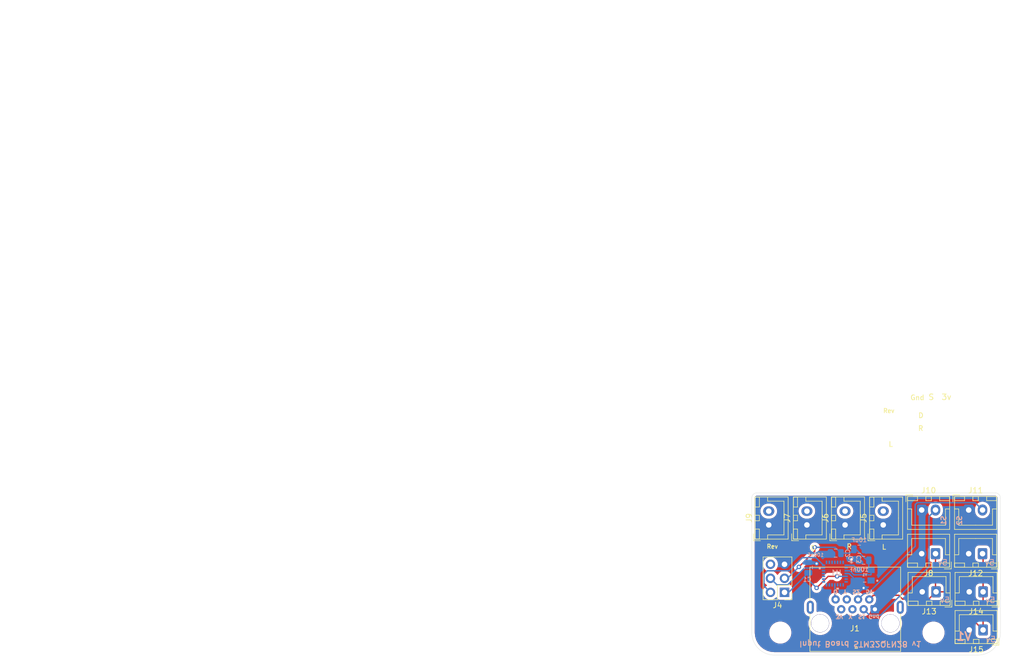
<source format=kicad_pcb>
(kicad_pcb (version 20171130) (host pcbnew "(5.1.6)-1")

  (general
    (thickness 1.6)
    (drawings 28)
    (tracks 76)
    (zones 0)
    (modules 22)
    (nets 34)
  )

  (page A4)
  (layers
    (0 F.Cu signal)
    (31 B.Cu signal)
    (32 B.Adhes user)
    (33 F.Adhes user)
    (34 B.Paste user)
    (35 F.Paste user)
    (36 B.SilkS user)
    (37 F.SilkS user)
    (38 B.Mask user)
    (39 F.Mask user)
    (40 Dwgs.User user hide)
    (41 Cmts.User user)
    (42 Eco1.User user)
    (43 Eco2.User user)
    (44 Edge.Cuts user)
    (45 Margin user)
    (46 B.CrtYd user hide)
    (47 F.CrtYd user)
    (48 B.Fab user)
    (49 F.Fab user hide)
  )

  (setup
    (last_trace_width 0.25)
    (trace_clearance 0.2)
    (zone_clearance 0.508)
    (zone_45_only no)
    (trace_min 0.2)
    (via_size 0.8)
    (via_drill 0.4)
    (via_min_size 0.4)
    (via_min_drill 0.3)
    (uvia_size 0.3)
    (uvia_drill 0.1)
    (uvias_allowed no)
    (uvia_min_size 0.2)
    (uvia_min_drill 0.1)
    (edge_width 0.05)
    (segment_width 0.2)
    (pcb_text_width 0.3)
    (pcb_text_size 1.5 1.5)
    (mod_edge_width 0.12)
    (mod_text_size 1 1)
    (mod_text_width 0.15)
    (pad_size 3.200001 3.200001)
    (pad_drill 3.200001)
    (pad_to_mask_clearance 0.051)
    (solder_mask_min_width 0.25)
    (aux_axis_origin 0 0)
    (visible_elements 7FFFFFFF)
    (pcbplotparams
      (layerselection 0x010fc_ffffffff)
      (usegerberextensions false)
      (usegerberattributes false)
      (usegerberadvancedattributes false)
      (creategerberjobfile false)
      (excludeedgelayer false)
      (linewidth 0.100000)
      (plotframeref false)
      (viasonmask false)
      (mode 1)
      (useauxorigin true)
      (hpglpennumber 1)
      (hpglpenspeed 20)
      (hpglpendiameter 15.000000)
      (psnegative false)
      (psa4output false)
      (plotreference true)
      (plotvalue true)
      (plotinvisibletext false)
      (padsonsilk false)
      (subtractmaskfromsilk false)
      (outputformat 1)
      (mirror false)
      (drillshape 0)
      (scaleselection 1)
      (outputdirectory "Gerbers/"))
  )

  (net 0 "")
  (net 1 GND)
  (net 2 +5V)
  (net 3 +3V3)
  (net 4 Other)
  (net 5 JoyY)
  (net 6 JoyX)
  (net 7 Sound2)
  (net 8 Sound1)
  (net 9 LeftButton)
  (net 10 DriveButton)
  (net 11 RightButton)
  (net 12 ReverseButton)
  (net 13 /RESET)
  (net 14 SWDIO)
  (net 15 SWCLK)
  (net 16 "Net-(J4-Pad6)")
  (net 17 "Net-(U1-Pad13)")
  (net 18 OscillatorIn)
  (net 19 "Net-(U1-Pad2)")
  (net 20 "Net-(U1-Pad6)")
  (net 21 "Net-(U1-Pad7)")
  (net 22 "Net-(U1-Pad10)")
  (net 23 "Net-(U1-Pad16)")
  (net 24 "Net-(U1-Pad22)")
  (net 25 "Net-(U1-Pad23)")
  (net 26 "Net-(U1-Pad24)")
  (net 27 "Net-(U1-Pad25)")
  (net 28 "Net-(U1-Pad28)")
  (net 29 "Net-(Y1-Pad1)")
  (net 30 "Net-(U1-Pad8)")
  (net 31 "Net-(U1-Pad9)")
  (net 32 "Net-(U1-Pad26)")
  (net 33 "Net-(U1-Pad27)")

  (net_class Default "This is the default net class."
    (clearance 0.2)
    (trace_width 0.25)
    (via_dia 0.8)
    (via_drill 0.4)
    (uvia_dia 0.3)
    (uvia_drill 0.1)
    (add_net +3V3)
    (add_net +5V)
    (add_net /RESET)
    (add_net DriveButton)
    (add_net GND)
    (add_net JoyX)
    (add_net JoyY)
    (add_net LeftButton)
    (add_net "Net-(J4-Pad6)")
    (add_net "Net-(U1-Pad10)")
    (add_net "Net-(U1-Pad13)")
    (add_net "Net-(U1-Pad16)")
    (add_net "Net-(U1-Pad2)")
    (add_net "Net-(U1-Pad22)")
    (add_net "Net-(U1-Pad23)")
    (add_net "Net-(U1-Pad24)")
    (add_net "Net-(U1-Pad25)")
    (add_net "Net-(U1-Pad26)")
    (add_net "Net-(U1-Pad27)")
    (add_net "Net-(U1-Pad28)")
    (add_net "Net-(U1-Pad6)")
    (add_net "Net-(U1-Pad7)")
    (add_net "Net-(U1-Pad8)")
    (add_net "Net-(U1-Pad9)")
    (add_net "Net-(Y1-Pad1)")
    (add_net OscillatorIn)
    (add_net Other)
    (add_net ReverseButton)
    (add_net RightButton)
    (add_net SWCLK)
    (add_net SWDIO)
    (add_net Sound1)
    (add_net Sound2)
  )

  (module "" (layer F.Cu) (tedit 0) (tstamp 0)
    (at -4.191 -3.5306)
    (fp_text reference "" (at 160.94964 95.25) (layer F.SilkS)
      (effects (font (size 1.27 1.27) (thickness 0.15)))
    )
    (fp_text value "" (at 160.94964 95.25) (layer F.SilkS)
      (effects (font (size 1.27 1.27) (thickness 0.15)))
    )
  )

  (module MountingHole:MountingHole_3mm (layer F.Cu) (tedit 56D1B4CB) (tstamp 5D61F0F3)
    (at 136.638 110.678)
    (descr "Mounting Hole 3mm, no annular")
    (tags "mounting hole 3mm no annular")
    (attr virtual)
    (fp_text reference "" (at 0 -4) (layer F.SilkS)
      (effects (font (size 1 1) (thickness 0.15)))
    )
    (fp_text value "" (at 0 4) (layer F.Fab)
      (effects (font (size 1 1) (thickness 0.15)))
    )
    (fp_circle (center 0 0) (end 3 0) (layer Cmts.User) (width 0.15))
    (fp_circle (center 0 0) (end 3.25 0) (layer F.CrtYd) (width 0.05))
    (fp_text user %R (at 0.3 0) (layer F.Fab)
      (effects (font (size 1 1) (thickness 0.15)))
    )
    (pad 1 np_thru_hole circle (at 0 0) (size 3 3) (drill 3) (layers *.Cu *.Mask))
  )

  (module MountingHole:MountingHole_3mm (layer F.Cu) (tedit 56D1B4CB) (tstamp 5D61F059)
    (at 164.338 110.678)
    (descr "Mounting Hole 3mm, no annular")
    (tags "mounting hole 3mm no annular")
    (attr virtual)
    (fp_text reference "" (at 0 -4) (layer F.SilkS)
      (effects (font (size 1 1) (thickness 0.15)))
    )
    (fp_text value "" (at 0 4) (layer F.Fab)
      (effects (font (size 1 1) (thickness 0.15)))
    )
    (fp_circle (center 0 0) (end 3 0) (layer Cmts.User) (width 0.15))
    (fp_circle (center 0 0) (end 3.25 0) (layer F.CrtYd) (width 0.05))
    (fp_text user %R (at 0.3 0) (layer F.Fab)
      (effects (font (size 1 1) (thickness 0.15)))
    )
    (pad 1 np_thru_hole circle (at 0 0) (size 3 3) (drill 3) (layers *.Cu *.Mask))
  )

  (module Connector_JST:JST_XH_B2B-XH-A_1x02_P2.50mm_Vertical (layer F.Cu) (tedit 5C28146C) (tstamp 619380F1)
    (at 173.3 110.2 180)
    (descr "JST XH series connector, B2B-XH-A (http://www.jst-mfg.com/product/pdf/eng/eXH.pdf), generated with kicad-footprint-generator")
    (tags "connector JST XH vertical")
    (path /61940A23)
    (fp_text reference J15 (at 1.25 -3.55) (layer F.SilkS)
      (effects (font (size 1 1) (thickness 0.15)))
    )
    (fp_text value Conn_01x02_Male (at 1.25 4.6) (layer F.Fab)
      (effects (font (size 1 1) (thickness 0.15)))
    )
    (fp_text user %R (at 1.25 2.7) (layer F.Fab)
      (effects (font (size 1 1) (thickness 0.15)))
    )
    (fp_line (start -2.45 -2.35) (end -2.45 3.4) (layer F.Fab) (width 0.1))
    (fp_line (start -2.45 3.4) (end 4.95 3.4) (layer F.Fab) (width 0.1))
    (fp_line (start 4.95 3.4) (end 4.95 -2.35) (layer F.Fab) (width 0.1))
    (fp_line (start 4.95 -2.35) (end -2.45 -2.35) (layer F.Fab) (width 0.1))
    (fp_line (start -2.56 -2.46) (end -2.56 3.51) (layer F.SilkS) (width 0.12))
    (fp_line (start -2.56 3.51) (end 5.06 3.51) (layer F.SilkS) (width 0.12))
    (fp_line (start 5.06 3.51) (end 5.06 -2.46) (layer F.SilkS) (width 0.12))
    (fp_line (start 5.06 -2.46) (end -2.56 -2.46) (layer F.SilkS) (width 0.12))
    (fp_line (start -2.95 -2.85) (end -2.95 3.9) (layer F.CrtYd) (width 0.05))
    (fp_line (start -2.95 3.9) (end 5.45 3.9) (layer F.CrtYd) (width 0.05))
    (fp_line (start 5.45 3.9) (end 5.45 -2.85) (layer F.CrtYd) (width 0.05))
    (fp_line (start 5.45 -2.85) (end -2.95 -2.85) (layer F.CrtYd) (width 0.05))
    (fp_line (start -0.625 -2.35) (end 0 -1.35) (layer F.Fab) (width 0.1))
    (fp_line (start 0 -1.35) (end 0.625 -2.35) (layer F.Fab) (width 0.1))
    (fp_line (start 0.75 -2.45) (end 0.75 -1.7) (layer F.SilkS) (width 0.12))
    (fp_line (start 0.75 -1.7) (end 1.75 -1.7) (layer F.SilkS) (width 0.12))
    (fp_line (start 1.75 -1.7) (end 1.75 -2.45) (layer F.SilkS) (width 0.12))
    (fp_line (start 1.75 -2.45) (end 0.75 -2.45) (layer F.SilkS) (width 0.12))
    (fp_line (start -2.55 -2.45) (end -2.55 -1.7) (layer F.SilkS) (width 0.12))
    (fp_line (start -2.55 -1.7) (end -0.75 -1.7) (layer F.SilkS) (width 0.12))
    (fp_line (start -0.75 -1.7) (end -0.75 -2.45) (layer F.SilkS) (width 0.12))
    (fp_line (start -0.75 -2.45) (end -2.55 -2.45) (layer F.SilkS) (width 0.12))
    (fp_line (start 3.25 -2.45) (end 3.25 -1.7) (layer F.SilkS) (width 0.12))
    (fp_line (start 3.25 -1.7) (end 5.05 -1.7) (layer F.SilkS) (width 0.12))
    (fp_line (start 5.05 -1.7) (end 5.05 -2.45) (layer F.SilkS) (width 0.12))
    (fp_line (start 5.05 -2.45) (end 3.25 -2.45) (layer F.SilkS) (width 0.12))
    (fp_line (start -2.55 -0.2) (end -1.8 -0.2) (layer F.SilkS) (width 0.12))
    (fp_line (start -1.8 -0.2) (end -1.8 2.75) (layer F.SilkS) (width 0.12))
    (fp_line (start -1.8 2.75) (end 1.25 2.75) (layer F.SilkS) (width 0.12))
    (fp_line (start 5.05 -0.2) (end 4.3 -0.2) (layer F.SilkS) (width 0.12))
    (fp_line (start 4.3 -0.2) (end 4.3 2.75) (layer F.SilkS) (width 0.12))
    (fp_line (start 4.3 2.75) (end 1.25 2.75) (layer F.SilkS) (width 0.12))
    (fp_line (start -1.6 -2.75) (end -2.85 -2.75) (layer F.SilkS) (width 0.12))
    (fp_line (start -2.85 -2.75) (end -2.85 -1.5) (layer F.SilkS) (width 0.12))
    (pad 2 thru_hole oval (at 2.5 0 180) (size 1.7 2) (drill 1) (layers *.Cu *.Mask)
      (net 1 GND))
    (pad 1 thru_hole roundrect (at 0 0 180) (size 1.7 2) (drill 1) (layers *.Cu *.Mask) (roundrect_rratio 0.147059)
      (net 2 +5V))
    (model ${KISYS3DMOD}/Connector_JST.3dshapes/JST_XH_B2B-XH-A_1x02_P2.50mm_Vertical.wrl
      (at (xyz 0 0 0))
      (scale (xyz 1 1 1))
      (rotate (xyz 0 0 0))
    )
  )

  (module Connector_JST:JST_XH_B2B-XH-A_1x02_P2.50mm_Vertical (layer F.Cu) (tedit 5C28146C) (tstamp 619380C8)
    (at 173.3 103.3 180)
    (descr "JST XH series connector, B2B-XH-A (http://www.jst-mfg.com/product/pdf/eng/eXH.pdf), generated with kicad-footprint-generator")
    (tags "connector JST XH vertical")
    (path /619405B8)
    (fp_text reference J14 (at 1.25 -3.55) (layer F.SilkS)
      (effects (font (size 1 1) (thickness 0.15)))
    )
    (fp_text value Conn_01x02_Male (at 1.25 4.6) (layer F.Fab)
      (effects (font (size 1 1) (thickness 0.15)))
    )
    (fp_text user %R (at 1.25 2.7) (layer F.Fab)
      (effects (font (size 1 1) (thickness 0.15)))
    )
    (fp_line (start -2.45 -2.35) (end -2.45 3.4) (layer F.Fab) (width 0.1))
    (fp_line (start -2.45 3.4) (end 4.95 3.4) (layer F.Fab) (width 0.1))
    (fp_line (start 4.95 3.4) (end 4.95 -2.35) (layer F.Fab) (width 0.1))
    (fp_line (start 4.95 -2.35) (end -2.45 -2.35) (layer F.Fab) (width 0.1))
    (fp_line (start -2.56 -2.46) (end -2.56 3.51) (layer F.SilkS) (width 0.12))
    (fp_line (start -2.56 3.51) (end 5.06 3.51) (layer F.SilkS) (width 0.12))
    (fp_line (start 5.06 3.51) (end 5.06 -2.46) (layer F.SilkS) (width 0.12))
    (fp_line (start 5.06 -2.46) (end -2.56 -2.46) (layer F.SilkS) (width 0.12))
    (fp_line (start -2.95 -2.85) (end -2.95 3.9) (layer F.CrtYd) (width 0.05))
    (fp_line (start -2.95 3.9) (end 5.45 3.9) (layer F.CrtYd) (width 0.05))
    (fp_line (start 5.45 3.9) (end 5.45 -2.85) (layer F.CrtYd) (width 0.05))
    (fp_line (start 5.45 -2.85) (end -2.95 -2.85) (layer F.CrtYd) (width 0.05))
    (fp_line (start -0.625 -2.35) (end 0 -1.35) (layer F.Fab) (width 0.1))
    (fp_line (start 0 -1.35) (end 0.625 -2.35) (layer F.Fab) (width 0.1))
    (fp_line (start 0.75 -2.45) (end 0.75 -1.7) (layer F.SilkS) (width 0.12))
    (fp_line (start 0.75 -1.7) (end 1.75 -1.7) (layer F.SilkS) (width 0.12))
    (fp_line (start 1.75 -1.7) (end 1.75 -2.45) (layer F.SilkS) (width 0.12))
    (fp_line (start 1.75 -2.45) (end 0.75 -2.45) (layer F.SilkS) (width 0.12))
    (fp_line (start -2.55 -2.45) (end -2.55 -1.7) (layer F.SilkS) (width 0.12))
    (fp_line (start -2.55 -1.7) (end -0.75 -1.7) (layer F.SilkS) (width 0.12))
    (fp_line (start -0.75 -1.7) (end -0.75 -2.45) (layer F.SilkS) (width 0.12))
    (fp_line (start -0.75 -2.45) (end -2.55 -2.45) (layer F.SilkS) (width 0.12))
    (fp_line (start 3.25 -2.45) (end 3.25 -1.7) (layer F.SilkS) (width 0.12))
    (fp_line (start 3.25 -1.7) (end 5.05 -1.7) (layer F.SilkS) (width 0.12))
    (fp_line (start 5.05 -1.7) (end 5.05 -2.45) (layer F.SilkS) (width 0.12))
    (fp_line (start 5.05 -2.45) (end 3.25 -2.45) (layer F.SilkS) (width 0.12))
    (fp_line (start -2.55 -0.2) (end -1.8 -0.2) (layer F.SilkS) (width 0.12))
    (fp_line (start -1.8 -0.2) (end -1.8 2.75) (layer F.SilkS) (width 0.12))
    (fp_line (start -1.8 2.75) (end 1.25 2.75) (layer F.SilkS) (width 0.12))
    (fp_line (start 5.05 -0.2) (end 4.3 -0.2) (layer F.SilkS) (width 0.12))
    (fp_line (start 4.3 -0.2) (end 4.3 2.75) (layer F.SilkS) (width 0.12))
    (fp_line (start 4.3 2.75) (end 1.25 2.75) (layer F.SilkS) (width 0.12))
    (fp_line (start -1.6 -2.75) (end -2.85 -2.75) (layer F.SilkS) (width 0.12))
    (fp_line (start -2.85 -2.75) (end -2.85 -1.5) (layer F.SilkS) (width 0.12))
    (pad 2 thru_hole oval (at 2.5 0 180) (size 1.7 2) (drill 1) (layers *.Cu *.Mask)
      (net 1 GND))
    (pad 1 thru_hole roundrect (at 0 0 180) (size 1.7 2) (drill 1) (layers *.Cu *.Mask) (roundrect_rratio 0.147059)
      (net 2 +5V))
    (model ${KISYS3DMOD}/Connector_JST.3dshapes/JST_XH_B2B-XH-A_1x02_P2.50mm_Vertical.wrl
      (at (xyz 0 0 0))
      (scale (xyz 1 1 1))
      (rotate (xyz 0 0 0))
    )
  )

  (module Connector_JST:JST_XH_B2B-XH-A_1x02_P2.50mm_Vertical (layer F.Cu) (tedit 5C28146C) (tstamp 6193809F)
    (at 164.8 103.3 180)
    (descr "JST XH series connector, B2B-XH-A (http://www.jst-mfg.com/product/pdf/eng/eXH.pdf), generated with kicad-footprint-generator")
    (tags "connector JST XH vertical")
    (path /6193FFB4)
    (fp_text reference J13 (at 1.25 -3.55) (layer F.SilkS)
      (effects (font (size 1 1) (thickness 0.15)))
    )
    (fp_text value Conn_01x02_Male (at 1.25 4.6) (layer F.Fab)
      (effects (font (size 1 1) (thickness 0.15)))
    )
    (fp_text user %R (at 1.25 2.7) (layer F.Fab)
      (effects (font (size 1 1) (thickness 0.15)))
    )
    (fp_line (start -2.45 -2.35) (end -2.45 3.4) (layer F.Fab) (width 0.1))
    (fp_line (start -2.45 3.4) (end 4.95 3.4) (layer F.Fab) (width 0.1))
    (fp_line (start 4.95 3.4) (end 4.95 -2.35) (layer F.Fab) (width 0.1))
    (fp_line (start 4.95 -2.35) (end -2.45 -2.35) (layer F.Fab) (width 0.1))
    (fp_line (start -2.56 -2.46) (end -2.56 3.51) (layer F.SilkS) (width 0.12))
    (fp_line (start -2.56 3.51) (end 5.06 3.51) (layer F.SilkS) (width 0.12))
    (fp_line (start 5.06 3.51) (end 5.06 -2.46) (layer F.SilkS) (width 0.12))
    (fp_line (start 5.06 -2.46) (end -2.56 -2.46) (layer F.SilkS) (width 0.12))
    (fp_line (start -2.95 -2.85) (end -2.95 3.9) (layer F.CrtYd) (width 0.05))
    (fp_line (start -2.95 3.9) (end 5.45 3.9) (layer F.CrtYd) (width 0.05))
    (fp_line (start 5.45 3.9) (end 5.45 -2.85) (layer F.CrtYd) (width 0.05))
    (fp_line (start 5.45 -2.85) (end -2.95 -2.85) (layer F.CrtYd) (width 0.05))
    (fp_line (start -0.625 -2.35) (end 0 -1.35) (layer F.Fab) (width 0.1))
    (fp_line (start 0 -1.35) (end 0.625 -2.35) (layer F.Fab) (width 0.1))
    (fp_line (start 0.75 -2.45) (end 0.75 -1.7) (layer F.SilkS) (width 0.12))
    (fp_line (start 0.75 -1.7) (end 1.75 -1.7) (layer F.SilkS) (width 0.12))
    (fp_line (start 1.75 -1.7) (end 1.75 -2.45) (layer F.SilkS) (width 0.12))
    (fp_line (start 1.75 -2.45) (end 0.75 -2.45) (layer F.SilkS) (width 0.12))
    (fp_line (start -2.55 -2.45) (end -2.55 -1.7) (layer F.SilkS) (width 0.12))
    (fp_line (start -2.55 -1.7) (end -0.75 -1.7) (layer F.SilkS) (width 0.12))
    (fp_line (start -0.75 -1.7) (end -0.75 -2.45) (layer F.SilkS) (width 0.12))
    (fp_line (start -0.75 -2.45) (end -2.55 -2.45) (layer F.SilkS) (width 0.12))
    (fp_line (start 3.25 -2.45) (end 3.25 -1.7) (layer F.SilkS) (width 0.12))
    (fp_line (start 3.25 -1.7) (end 5.05 -1.7) (layer F.SilkS) (width 0.12))
    (fp_line (start 5.05 -1.7) (end 5.05 -2.45) (layer F.SilkS) (width 0.12))
    (fp_line (start 5.05 -2.45) (end 3.25 -2.45) (layer F.SilkS) (width 0.12))
    (fp_line (start -2.55 -0.2) (end -1.8 -0.2) (layer F.SilkS) (width 0.12))
    (fp_line (start -1.8 -0.2) (end -1.8 2.75) (layer F.SilkS) (width 0.12))
    (fp_line (start -1.8 2.75) (end 1.25 2.75) (layer F.SilkS) (width 0.12))
    (fp_line (start 5.05 -0.2) (end 4.3 -0.2) (layer F.SilkS) (width 0.12))
    (fp_line (start 4.3 -0.2) (end 4.3 2.75) (layer F.SilkS) (width 0.12))
    (fp_line (start 4.3 2.75) (end 1.25 2.75) (layer F.SilkS) (width 0.12))
    (fp_line (start -1.6 -2.75) (end -2.85 -2.75) (layer F.SilkS) (width 0.12))
    (fp_line (start -2.85 -2.75) (end -2.85 -1.5) (layer F.SilkS) (width 0.12))
    (pad 2 thru_hole oval (at 2.5 0 180) (size 1.7 2) (drill 1) (layers *.Cu *.Mask)
      (net 1 GND))
    (pad 1 thru_hole roundrect (at 0 0 180) (size 1.7 2) (drill 1) (layers *.Cu *.Mask) (roundrect_rratio 0.147059)
      (net 2 +5V))
    (model ${KISYS3DMOD}/Connector_JST.3dshapes/JST_XH_B2B-XH-A_1x02_P2.50mm_Vertical.wrl
      (at (xyz 0 0 0))
      (scale (xyz 1 1 1))
      (rotate (xyz 0 0 0))
    )
  )

  (module Connector_JST:JST_XH_B2B-XH-A_1x02_P2.50mm_Vertical (layer F.Cu) (tedit 5C28146C) (tstamp 61938076)
    (at 173.2 96.4 180)
    (descr "JST XH series connector, B2B-XH-A (http://www.jst-mfg.com/product/pdf/eng/eXH.pdf), generated with kicad-footprint-generator")
    (tags "connector JST XH vertical")
    (path /6193A865)
    (fp_text reference J12 (at 1.25 -3.55) (layer F.SilkS)
      (effects (font (size 1 1) (thickness 0.15)))
    )
    (fp_text value Conn_01x02_Male (at 1.25 4.6) (layer F.Fab)
      (effects (font (size 1 1) (thickness 0.15)))
    )
    (fp_text user %R (at 1.25 2.7) (layer F.Fab)
      (effects (font (size 1 1) (thickness 0.15)))
    )
    (fp_line (start -2.45 -2.35) (end -2.45 3.4) (layer F.Fab) (width 0.1))
    (fp_line (start -2.45 3.4) (end 4.95 3.4) (layer F.Fab) (width 0.1))
    (fp_line (start 4.95 3.4) (end 4.95 -2.35) (layer F.Fab) (width 0.1))
    (fp_line (start 4.95 -2.35) (end -2.45 -2.35) (layer F.Fab) (width 0.1))
    (fp_line (start -2.56 -2.46) (end -2.56 3.51) (layer F.SilkS) (width 0.12))
    (fp_line (start -2.56 3.51) (end 5.06 3.51) (layer F.SilkS) (width 0.12))
    (fp_line (start 5.06 3.51) (end 5.06 -2.46) (layer F.SilkS) (width 0.12))
    (fp_line (start 5.06 -2.46) (end -2.56 -2.46) (layer F.SilkS) (width 0.12))
    (fp_line (start -2.95 -2.85) (end -2.95 3.9) (layer F.CrtYd) (width 0.05))
    (fp_line (start -2.95 3.9) (end 5.45 3.9) (layer F.CrtYd) (width 0.05))
    (fp_line (start 5.45 3.9) (end 5.45 -2.85) (layer F.CrtYd) (width 0.05))
    (fp_line (start 5.45 -2.85) (end -2.95 -2.85) (layer F.CrtYd) (width 0.05))
    (fp_line (start -0.625 -2.35) (end 0 -1.35) (layer F.Fab) (width 0.1))
    (fp_line (start 0 -1.35) (end 0.625 -2.35) (layer F.Fab) (width 0.1))
    (fp_line (start 0.75 -2.45) (end 0.75 -1.7) (layer F.SilkS) (width 0.12))
    (fp_line (start 0.75 -1.7) (end 1.75 -1.7) (layer F.SilkS) (width 0.12))
    (fp_line (start 1.75 -1.7) (end 1.75 -2.45) (layer F.SilkS) (width 0.12))
    (fp_line (start 1.75 -2.45) (end 0.75 -2.45) (layer F.SilkS) (width 0.12))
    (fp_line (start -2.55 -2.45) (end -2.55 -1.7) (layer F.SilkS) (width 0.12))
    (fp_line (start -2.55 -1.7) (end -0.75 -1.7) (layer F.SilkS) (width 0.12))
    (fp_line (start -0.75 -1.7) (end -0.75 -2.45) (layer F.SilkS) (width 0.12))
    (fp_line (start -0.75 -2.45) (end -2.55 -2.45) (layer F.SilkS) (width 0.12))
    (fp_line (start 3.25 -2.45) (end 3.25 -1.7) (layer F.SilkS) (width 0.12))
    (fp_line (start 3.25 -1.7) (end 5.05 -1.7) (layer F.SilkS) (width 0.12))
    (fp_line (start 5.05 -1.7) (end 5.05 -2.45) (layer F.SilkS) (width 0.12))
    (fp_line (start 5.05 -2.45) (end 3.25 -2.45) (layer F.SilkS) (width 0.12))
    (fp_line (start -2.55 -0.2) (end -1.8 -0.2) (layer F.SilkS) (width 0.12))
    (fp_line (start -1.8 -0.2) (end -1.8 2.75) (layer F.SilkS) (width 0.12))
    (fp_line (start -1.8 2.75) (end 1.25 2.75) (layer F.SilkS) (width 0.12))
    (fp_line (start 5.05 -0.2) (end 4.3 -0.2) (layer F.SilkS) (width 0.12))
    (fp_line (start 4.3 -0.2) (end 4.3 2.75) (layer F.SilkS) (width 0.12))
    (fp_line (start 4.3 2.75) (end 1.25 2.75) (layer F.SilkS) (width 0.12))
    (fp_line (start -1.6 -2.75) (end -2.85 -2.75) (layer F.SilkS) (width 0.12))
    (fp_line (start -2.85 -2.75) (end -2.85 -1.5) (layer F.SilkS) (width 0.12))
    (pad 2 thru_hole oval (at 2.5 0 180) (size 1.7 2) (drill 1) (layers *.Cu *.Mask)
      (net 1 GND))
    (pad 1 thru_hole roundrect (at 0 0 180) (size 1.7 2) (drill 1) (layers *.Cu *.Mask) (roundrect_rratio 0.147059)
      (net 2 +5V))
    (model ${KISYS3DMOD}/Connector_JST.3dshapes/JST_XH_B2B-XH-A_1x02_P2.50mm_Vertical.wrl
      (at (xyz 0 0 0))
      (scale (xyz 1 1 1))
      (rotate (xyz 0 0 0))
    )
  )

  (module Connector_JST:JST_XH_B2B-XH-A_1x02_P2.50mm_Vertical (layer F.Cu) (tedit 5C28146C) (tstamp 604ED142)
    (at 170.7 88.5)
    (descr "JST XH series connector, B2B-XH-A (http://www.jst-mfg.com/product/pdf/eng/eXH.pdf), generated with kicad-footprint-generator")
    (tags "connector JST XH vertical")
    (path /605083D1)
    (fp_text reference J11 (at 1.25 -3.55) (layer F.SilkS)
      (effects (font (size 1 1) (thickness 0.15)))
    )
    (fp_text value Conn_01x04_Male (at 1.25 4.6) (layer F.Fab)
      (effects (font (size 1 1) (thickness 0.15)))
    )
    (fp_text user %R (at 1.25 2.7) (layer F.Fab)
      (effects (font (size 1 1) (thickness 0.15)))
    )
    (fp_line (start -2.45 -2.35) (end -2.45 3.4) (layer F.Fab) (width 0.1))
    (fp_line (start -2.45 3.4) (end 4.95 3.4) (layer F.Fab) (width 0.1))
    (fp_line (start 4.95 3.4) (end 4.95 -2.35) (layer F.Fab) (width 0.1))
    (fp_line (start 4.95 -2.35) (end -2.45 -2.35) (layer F.Fab) (width 0.1))
    (fp_line (start -2.56 -2.46) (end -2.56 3.51) (layer F.SilkS) (width 0.12))
    (fp_line (start -2.56 3.51) (end 5.06 3.51) (layer F.SilkS) (width 0.12))
    (fp_line (start 5.06 3.51) (end 5.06 -2.46) (layer F.SilkS) (width 0.12))
    (fp_line (start 5.06 -2.46) (end -2.56 -2.46) (layer F.SilkS) (width 0.12))
    (fp_line (start -2.95 -2.85) (end -2.95 3.9) (layer F.CrtYd) (width 0.05))
    (fp_line (start -2.95 3.9) (end 5.45 3.9) (layer F.CrtYd) (width 0.05))
    (fp_line (start 5.45 3.9) (end 5.45 -2.85) (layer F.CrtYd) (width 0.05))
    (fp_line (start 5.45 -2.85) (end -2.95 -2.85) (layer F.CrtYd) (width 0.05))
    (fp_line (start -0.625 -2.35) (end 0 -1.35) (layer F.Fab) (width 0.1))
    (fp_line (start 0 -1.35) (end 0.625 -2.35) (layer F.Fab) (width 0.1))
    (fp_line (start 0.75 -2.45) (end 0.75 -1.7) (layer F.SilkS) (width 0.12))
    (fp_line (start 0.75 -1.7) (end 1.75 -1.7) (layer F.SilkS) (width 0.12))
    (fp_line (start 1.75 -1.7) (end 1.75 -2.45) (layer F.SilkS) (width 0.12))
    (fp_line (start 1.75 -2.45) (end 0.75 -2.45) (layer F.SilkS) (width 0.12))
    (fp_line (start -2.55 -2.45) (end -2.55 -1.7) (layer F.SilkS) (width 0.12))
    (fp_line (start -2.55 -1.7) (end -0.75 -1.7) (layer F.SilkS) (width 0.12))
    (fp_line (start -0.75 -1.7) (end -0.75 -2.45) (layer F.SilkS) (width 0.12))
    (fp_line (start -0.75 -2.45) (end -2.55 -2.45) (layer F.SilkS) (width 0.12))
    (fp_line (start 3.25 -2.45) (end 3.25 -1.7) (layer F.SilkS) (width 0.12))
    (fp_line (start 3.25 -1.7) (end 5.05 -1.7) (layer F.SilkS) (width 0.12))
    (fp_line (start 5.05 -1.7) (end 5.05 -2.45) (layer F.SilkS) (width 0.12))
    (fp_line (start 5.05 -2.45) (end 3.25 -2.45) (layer F.SilkS) (width 0.12))
    (fp_line (start -2.55 -0.2) (end -1.8 -0.2) (layer F.SilkS) (width 0.12))
    (fp_line (start -1.8 -0.2) (end -1.8 2.75) (layer F.SilkS) (width 0.12))
    (fp_line (start -1.8 2.75) (end 1.25 2.75) (layer F.SilkS) (width 0.12))
    (fp_line (start 5.05 -0.2) (end 4.3 -0.2) (layer F.SilkS) (width 0.12))
    (fp_line (start 4.3 -0.2) (end 4.3 2.75) (layer F.SilkS) (width 0.12))
    (fp_line (start 4.3 2.75) (end 1.25 2.75) (layer F.SilkS) (width 0.12))
    (fp_line (start -1.6 -2.75) (end -2.85 -2.75) (layer F.SilkS) (width 0.12))
    (fp_line (start -2.85 -2.75) (end -2.85 -1.5) (layer F.SilkS) (width 0.12))
    (pad 2 thru_hole oval (at 2.5 0) (size 1.7 2) (drill 1) (layers *.Cu *.Mask)
      (net 7 Sound2))
    (pad 1 thru_hole roundrect (at 0 0) (size 1.7 2) (drill 1) (layers *.Cu *.Mask) (roundrect_rratio 0.147059)
      (net 1 GND))
    (model ${KISYS3DMOD}/Connector_JST.3dshapes/JST_XH_B2B-XH-A_1x02_P2.50mm_Vertical.wrl
      (at (xyz 0 0 0))
      (scale (xyz 1 1 1))
      (rotate (xyz 0 0 0))
    )
  )

  (module Connector_JST:JST_XH_B2B-XH-A_1x02_P2.50mm_Vertical (layer F.Cu) (tedit 5C28146C) (tstamp 604ED826)
    (at 162.2 88.5)
    (descr "JST XH series connector, B2B-XH-A (http://www.jst-mfg.com/product/pdf/eng/eXH.pdf), generated with kicad-footprint-generator")
    (tags "connector JST XH vertical")
    (path /605074E4)
    (fp_text reference J10 (at 1.25 -3.55) (layer F.SilkS)
      (effects (font (size 1 1) (thickness 0.15)))
    )
    (fp_text value Conn_01x04_Male (at 1.25 4.6) (layer F.Fab)
      (effects (font (size 1 1) (thickness 0.15)))
    )
    (fp_text user %R (at 1.25 2.7) (layer F.Fab)
      (effects (font (size 1 1) (thickness 0.15)))
    )
    (fp_line (start -2.45 -2.35) (end -2.45 3.4) (layer F.Fab) (width 0.1))
    (fp_line (start -2.45 3.4) (end 4.95 3.4) (layer F.Fab) (width 0.1))
    (fp_line (start 4.95 3.4) (end 4.95 -2.35) (layer F.Fab) (width 0.1))
    (fp_line (start 4.95 -2.35) (end -2.45 -2.35) (layer F.Fab) (width 0.1))
    (fp_line (start -2.56 -2.46) (end -2.56 3.51) (layer F.SilkS) (width 0.12))
    (fp_line (start -2.56 3.51) (end 5.06 3.51) (layer F.SilkS) (width 0.12))
    (fp_line (start 5.06 3.51) (end 5.06 -2.46) (layer F.SilkS) (width 0.12))
    (fp_line (start 5.06 -2.46) (end -2.56 -2.46) (layer F.SilkS) (width 0.12))
    (fp_line (start -2.95 -2.85) (end -2.95 3.9) (layer F.CrtYd) (width 0.05))
    (fp_line (start -2.95 3.9) (end 5.45 3.9) (layer F.CrtYd) (width 0.05))
    (fp_line (start 5.45 3.9) (end 5.45 -2.85) (layer F.CrtYd) (width 0.05))
    (fp_line (start 5.45 -2.85) (end -2.95 -2.85) (layer F.CrtYd) (width 0.05))
    (fp_line (start -0.625 -2.35) (end 0 -1.35) (layer F.Fab) (width 0.1))
    (fp_line (start 0 -1.35) (end 0.625 -2.35) (layer F.Fab) (width 0.1))
    (fp_line (start 0.75 -2.45) (end 0.75 -1.7) (layer F.SilkS) (width 0.12))
    (fp_line (start 0.75 -1.7) (end 1.75 -1.7) (layer F.SilkS) (width 0.12))
    (fp_line (start 1.75 -1.7) (end 1.75 -2.45) (layer F.SilkS) (width 0.12))
    (fp_line (start 1.75 -2.45) (end 0.75 -2.45) (layer F.SilkS) (width 0.12))
    (fp_line (start -2.55 -2.45) (end -2.55 -1.7) (layer F.SilkS) (width 0.12))
    (fp_line (start -2.55 -1.7) (end -0.75 -1.7) (layer F.SilkS) (width 0.12))
    (fp_line (start -0.75 -1.7) (end -0.75 -2.45) (layer F.SilkS) (width 0.12))
    (fp_line (start -0.75 -2.45) (end -2.55 -2.45) (layer F.SilkS) (width 0.12))
    (fp_line (start 3.25 -2.45) (end 3.25 -1.7) (layer F.SilkS) (width 0.12))
    (fp_line (start 3.25 -1.7) (end 5.05 -1.7) (layer F.SilkS) (width 0.12))
    (fp_line (start 5.05 -1.7) (end 5.05 -2.45) (layer F.SilkS) (width 0.12))
    (fp_line (start 5.05 -2.45) (end 3.25 -2.45) (layer F.SilkS) (width 0.12))
    (fp_line (start -2.55 -0.2) (end -1.8 -0.2) (layer F.SilkS) (width 0.12))
    (fp_line (start -1.8 -0.2) (end -1.8 2.75) (layer F.SilkS) (width 0.12))
    (fp_line (start -1.8 2.75) (end 1.25 2.75) (layer F.SilkS) (width 0.12))
    (fp_line (start 5.05 -0.2) (end 4.3 -0.2) (layer F.SilkS) (width 0.12))
    (fp_line (start 4.3 -0.2) (end 4.3 2.75) (layer F.SilkS) (width 0.12))
    (fp_line (start 4.3 2.75) (end 1.25 2.75) (layer F.SilkS) (width 0.12))
    (fp_line (start -1.6 -2.75) (end -2.85 -2.75) (layer F.SilkS) (width 0.12))
    (fp_line (start -2.85 -2.75) (end -2.85 -1.5) (layer F.SilkS) (width 0.12))
    (pad 2 thru_hole oval (at 2.5 0) (size 1.7 2) (drill 1) (layers *.Cu *.Mask)
      (net 8 Sound1))
    (pad 1 thru_hole roundrect (at 0 0) (size 1.7 2) (drill 1) (layers *.Cu *.Mask) (roundrect_rratio 0.147059)
      (net 1 GND))
    (model ${KISYS3DMOD}/Connector_JST.3dshapes/JST_XH_B2B-XH-A_1x02_P2.50mm_Vertical.wrl
      (at (xyz 0 0 0))
      (scale (xyz 1 1 1))
      (rotate (xyz 0 0 0))
    )
  )

  (module Connector_JST:JST_XH_B2B-XH-A_1x02_P2.50mm_Vertical (layer F.Cu) (tedit 5C28146C) (tstamp 6193F9B5)
    (at 134.55 91.2 90)
    (descr "JST XH series connector, B2B-XH-A (http://www.jst-mfg.com/product/pdf/eng/eXH.pdf), generated with kicad-footprint-generator")
    (tags "connector JST XH vertical")
    (path /6050692F)
    (fp_text reference J9 (at 1.25 -3.55 90) (layer F.SilkS)
      (effects (font (size 1 1) (thickness 0.15)))
    )
    (fp_text value Conn_01x04_Male (at 1.25 4.6 90) (layer F.Fab)
      (effects (font (size 1 1) (thickness 0.15)))
    )
    (fp_text user %R (at 1.25 2.7 90) (layer F.Fab)
      (effects (font (size 1 1) (thickness 0.15)))
    )
    (fp_line (start -2.45 -2.35) (end -2.45 3.4) (layer F.Fab) (width 0.1))
    (fp_line (start -2.45 3.4) (end 4.95 3.4) (layer F.Fab) (width 0.1))
    (fp_line (start 4.95 3.4) (end 4.95 -2.35) (layer F.Fab) (width 0.1))
    (fp_line (start 4.95 -2.35) (end -2.45 -2.35) (layer F.Fab) (width 0.1))
    (fp_line (start -2.56 -2.46) (end -2.56 3.51) (layer F.SilkS) (width 0.12))
    (fp_line (start -2.56 3.51) (end 5.06 3.51) (layer F.SilkS) (width 0.12))
    (fp_line (start 5.06 3.51) (end 5.06 -2.46) (layer F.SilkS) (width 0.12))
    (fp_line (start 5.06 -2.46) (end -2.56 -2.46) (layer F.SilkS) (width 0.12))
    (fp_line (start -2.95 -2.85) (end -2.95 3.9) (layer F.CrtYd) (width 0.05))
    (fp_line (start -2.95 3.9) (end 5.45 3.9) (layer F.CrtYd) (width 0.05))
    (fp_line (start 5.45 3.9) (end 5.45 -2.85) (layer F.CrtYd) (width 0.05))
    (fp_line (start 5.45 -2.85) (end -2.95 -2.85) (layer F.CrtYd) (width 0.05))
    (fp_line (start -0.625 -2.35) (end 0 -1.35) (layer F.Fab) (width 0.1))
    (fp_line (start 0 -1.35) (end 0.625 -2.35) (layer F.Fab) (width 0.1))
    (fp_line (start 0.75 -2.45) (end 0.75 -1.7) (layer F.SilkS) (width 0.12))
    (fp_line (start 0.75 -1.7) (end 1.75 -1.7) (layer F.SilkS) (width 0.12))
    (fp_line (start 1.75 -1.7) (end 1.75 -2.45) (layer F.SilkS) (width 0.12))
    (fp_line (start 1.75 -2.45) (end 0.75 -2.45) (layer F.SilkS) (width 0.12))
    (fp_line (start -2.55 -2.45) (end -2.55 -1.7) (layer F.SilkS) (width 0.12))
    (fp_line (start -2.55 -1.7) (end -0.75 -1.7) (layer F.SilkS) (width 0.12))
    (fp_line (start -0.75 -1.7) (end -0.75 -2.45) (layer F.SilkS) (width 0.12))
    (fp_line (start -0.75 -2.45) (end -2.55 -2.45) (layer F.SilkS) (width 0.12))
    (fp_line (start 3.25 -2.45) (end 3.25 -1.7) (layer F.SilkS) (width 0.12))
    (fp_line (start 3.25 -1.7) (end 5.05 -1.7) (layer F.SilkS) (width 0.12))
    (fp_line (start 5.05 -1.7) (end 5.05 -2.45) (layer F.SilkS) (width 0.12))
    (fp_line (start 5.05 -2.45) (end 3.25 -2.45) (layer F.SilkS) (width 0.12))
    (fp_line (start -2.55 -0.2) (end -1.8 -0.2) (layer F.SilkS) (width 0.12))
    (fp_line (start -1.8 -0.2) (end -1.8 2.75) (layer F.SilkS) (width 0.12))
    (fp_line (start -1.8 2.75) (end 1.25 2.75) (layer F.SilkS) (width 0.12))
    (fp_line (start 5.05 -0.2) (end 4.3 -0.2) (layer F.SilkS) (width 0.12))
    (fp_line (start 4.3 -0.2) (end 4.3 2.75) (layer F.SilkS) (width 0.12))
    (fp_line (start 4.3 2.75) (end 1.25 2.75) (layer F.SilkS) (width 0.12))
    (fp_line (start -1.6 -2.75) (end -2.85 -2.75) (layer F.SilkS) (width 0.12))
    (fp_line (start -2.85 -2.75) (end -2.85 -1.5) (layer F.SilkS) (width 0.12))
    (pad 2 thru_hole oval (at 2.5 0 90) (size 1.7 2) (drill 1) (layers *.Cu *.Mask)
      (net 12 ReverseButton))
    (pad 1 thru_hole roundrect (at 0 0 90) (size 1.7 2) (drill 1) (layers *.Cu *.Mask) (roundrect_rratio 0.147059)
      (net 1 GND))
    (model ${KISYS3DMOD}/Connector_JST.3dshapes/JST_XH_B2B-XH-A_1x02_P2.50mm_Vertical.wrl
      (at (xyz 0 0 0))
      (scale (xyz 1 1 1))
      (rotate (xyz 0 0 0))
    )
  )

  (module Connector_JST:JST_XH_B2B-XH-A_1x02_P2.50mm_Vertical (layer F.Cu) (tedit 5C28146C) (tstamp 61937FD5)
    (at 164.7 96.4 180)
    (descr "JST XH series connector, B2B-XH-A (http://www.jst-mfg.com/product/pdf/eng/eXH.pdf), generated with kicad-footprint-generator")
    (tags "connector JST XH vertical")
    (path /6193F624)
    (fp_text reference J8 (at 1.25 -3.55) (layer F.SilkS)
      (effects (font (size 1 1) (thickness 0.15)))
    )
    (fp_text value Conn_01x02_Male (at 1.25 4.6) (layer F.Fab)
      (effects (font (size 1 1) (thickness 0.15)))
    )
    (fp_text user %R (at 1.25 2.7) (layer F.Fab)
      (effects (font (size 1 1) (thickness 0.15)))
    )
    (fp_line (start -2.45 -2.35) (end -2.45 3.4) (layer F.Fab) (width 0.1))
    (fp_line (start -2.45 3.4) (end 4.95 3.4) (layer F.Fab) (width 0.1))
    (fp_line (start 4.95 3.4) (end 4.95 -2.35) (layer F.Fab) (width 0.1))
    (fp_line (start 4.95 -2.35) (end -2.45 -2.35) (layer F.Fab) (width 0.1))
    (fp_line (start -2.56 -2.46) (end -2.56 3.51) (layer F.SilkS) (width 0.12))
    (fp_line (start -2.56 3.51) (end 5.06 3.51) (layer F.SilkS) (width 0.12))
    (fp_line (start 5.06 3.51) (end 5.06 -2.46) (layer F.SilkS) (width 0.12))
    (fp_line (start 5.06 -2.46) (end -2.56 -2.46) (layer F.SilkS) (width 0.12))
    (fp_line (start -2.95 -2.85) (end -2.95 3.9) (layer F.CrtYd) (width 0.05))
    (fp_line (start -2.95 3.9) (end 5.45 3.9) (layer F.CrtYd) (width 0.05))
    (fp_line (start 5.45 3.9) (end 5.45 -2.85) (layer F.CrtYd) (width 0.05))
    (fp_line (start 5.45 -2.85) (end -2.95 -2.85) (layer F.CrtYd) (width 0.05))
    (fp_line (start -0.625 -2.35) (end 0 -1.35) (layer F.Fab) (width 0.1))
    (fp_line (start 0 -1.35) (end 0.625 -2.35) (layer F.Fab) (width 0.1))
    (fp_line (start 0.75 -2.45) (end 0.75 -1.7) (layer F.SilkS) (width 0.12))
    (fp_line (start 0.75 -1.7) (end 1.75 -1.7) (layer F.SilkS) (width 0.12))
    (fp_line (start 1.75 -1.7) (end 1.75 -2.45) (layer F.SilkS) (width 0.12))
    (fp_line (start 1.75 -2.45) (end 0.75 -2.45) (layer F.SilkS) (width 0.12))
    (fp_line (start -2.55 -2.45) (end -2.55 -1.7) (layer F.SilkS) (width 0.12))
    (fp_line (start -2.55 -1.7) (end -0.75 -1.7) (layer F.SilkS) (width 0.12))
    (fp_line (start -0.75 -1.7) (end -0.75 -2.45) (layer F.SilkS) (width 0.12))
    (fp_line (start -0.75 -2.45) (end -2.55 -2.45) (layer F.SilkS) (width 0.12))
    (fp_line (start 3.25 -2.45) (end 3.25 -1.7) (layer F.SilkS) (width 0.12))
    (fp_line (start 3.25 -1.7) (end 5.05 -1.7) (layer F.SilkS) (width 0.12))
    (fp_line (start 5.05 -1.7) (end 5.05 -2.45) (layer F.SilkS) (width 0.12))
    (fp_line (start 5.05 -2.45) (end 3.25 -2.45) (layer F.SilkS) (width 0.12))
    (fp_line (start -2.55 -0.2) (end -1.8 -0.2) (layer F.SilkS) (width 0.12))
    (fp_line (start -1.8 -0.2) (end -1.8 2.75) (layer F.SilkS) (width 0.12))
    (fp_line (start -1.8 2.75) (end 1.25 2.75) (layer F.SilkS) (width 0.12))
    (fp_line (start 5.05 -0.2) (end 4.3 -0.2) (layer F.SilkS) (width 0.12))
    (fp_line (start 4.3 -0.2) (end 4.3 2.75) (layer F.SilkS) (width 0.12))
    (fp_line (start 4.3 2.75) (end 1.25 2.75) (layer F.SilkS) (width 0.12))
    (fp_line (start -1.6 -2.75) (end -2.85 -2.75) (layer F.SilkS) (width 0.12))
    (fp_line (start -2.85 -2.75) (end -2.85 -1.5) (layer F.SilkS) (width 0.12))
    (pad 2 thru_hole oval (at 2.5 0 180) (size 1.7 2) (drill 1) (layers *.Cu *.Mask)
      (net 1 GND))
    (pad 1 thru_hole roundrect (at 0 0 180) (size 1.7 2) (drill 1) (layers *.Cu *.Mask) (roundrect_rratio 0.147059)
      (net 2 +5V))
    (model ${KISYS3DMOD}/Connector_JST.3dshapes/JST_XH_B2B-XH-A_1x02_P2.50mm_Vertical.wrl
      (at (xyz 0 0 0))
      (scale (xyz 1 1 1))
      (rotate (xyz 0 0 0))
    )
  )

  (module Connector_JST:JST_XH_B2B-XH-A_1x02_P2.50mm_Vertical (layer F.Cu) (tedit 5C28146C) (tstamp 6193FA2D)
    (at 141.45 91.2 90)
    (descr "JST XH series connector, B2B-XH-A (http://www.jst-mfg.com/product/pdf/eng/eXH.pdf), generated with kicad-footprint-generator")
    (tags "connector JST XH vertical")
    (path /604FCE85)
    (fp_text reference J7 (at 1.25 -3.55 90) (layer F.SilkS)
      (effects (font (size 1 1) (thickness 0.15)))
    )
    (fp_text value Conn_01x02_Male (at 1.25 4.6 90) (layer F.Fab)
      (effects (font (size 1 1) (thickness 0.15)))
    )
    (fp_text user %R (at 1.25 2.7 90) (layer F.Fab)
      (effects (font (size 1 1) (thickness 0.15)))
    )
    (fp_line (start -2.45 -2.35) (end -2.45 3.4) (layer F.Fab) (width 0.1))
    (fp_line (start -2.45 3.4) (end 4.95 3.4) (layer F.Fab) (width 0.1))
    (fp_line (start 4.95 3.4) (end 4.95 -2.35) (layer F.Fab) (width 0.1))
    (fp_line (start 4.95 -2.35) (end -2.45 -2.35) (layer F.Fab) (width 0.1))
    (fp_line (start -2.56 -2.46) (end -2.56 3.51) (layer F.SilkS) (width 0.12))
    (fp_line (start -2.56 3.51) (end 5.06 3.51) (layer F.SilkS) (width 0.12))
    (fp_line (start 5.06 3.51) (end 5.06 -2.46) (layer F.SilkS) (width 0.12))
    (fp_line (start 5.06 -2.46) (end -2.56 -2.46) (layer F.SilkS) (width 0.12))
    (fp_line (start -2.95 -2.85) (end -2.95 3.9) (layer F.CrtYd) (width 0.05))
    (fp_line (start -2.95 3.9) (end 5.45 3.9) (layer F.CrtYd) (width 0.05))
    (fp_line (start 5.45 3.9) (end 5.45 -2.85) (layer F.CrtYd) (width 0.05))
    (fp_line (start 5.45 -2.85) (end -2.95 -2.85) (layer F.CrtYd) (width 0.05))
    (fp_line (start -0.625 -2.35) (end 0 -1.35) (layer F.Fab) (width 0.1))
    (fp_line (start 0 -1.35) (end 0.625 -2.35) (layer F.Fab) (width 0.1))
    (fp_line (start 0.75 -2.45) (end 0.75 -1.7) (layer F.SilkS) (width 0.12))
    (fp_line (start 0.75 -1.7) (end 1.75 -1.7) (layer F.SilkS) (width 0.12))
    (fp_line (start 1.75 -1.7) (end 1.75 -2.45) (layer F.SilkS) (width 0.12))
    (fp_line (start 1.75 -2.45) (end 0.75 -2.45) (layer F.SilkS) (width 0.12))
    (fp_line (start -2.55 -2.45) (end -2.55 -1.7) (layer F.SilkS) (width 0.12))
    (fp_line (start -2.55 -1.7) (end -0.75 -1.7) (layer F.SilkS) (width 0.12))
    (fp_line (start -0.75 -1.7) (end -0.75 -2.45) (layer F.SilkS) (width 0.12))
    (fp_line (start -0.75 -2.45) (end -2.55 -2.45) (layer F.SilkS) (width 0.12))
    (fp_line (start 3.25 -2.45) (end 3.25 -1.7) (layer F.SilkS) (width 0.12))
    (fp_line (start 3.25 -1.7) (end 5.05 -1.7) (layer F.SilkS) (width 0.12))
    (fp_line (start 5.05 -1.7) (end 5.05 -2.45) (layer F.SilkS) (width 0.12))
    (fp_line (start 5.05 -2.45) (end 3.25 -2.45) (layer F.SilkS) (width 0.12))
    (fp_line (start -2.55 -0.2) (end -1.8 -0.2) (layer F.SilkS) (width 0.12))
    (fp_line (start -1.8 -0.2) (end -1.8 2.75) (layer F.SilkS) (width 0.12))
    (fp_line (start -1.8 2.75) (end 1.25 2.75) (layer F.SilkS) (width 0.12))
    (fp_line (start 5.05 -0.2) (end 4.3 -0.2) (layer F.SilkS) (width 0.12))
    (fp_line (start 4.3 -0.2) (end 4.3 2.75) (layer F.SilkS) (width 0.12))
    (fp_line (start 4.3 2.75) (end 1.25 2.75) (layer F.SilkS) (width 0.12))
    (fp_line (start -1.6 -2.75) (end -2.85 -2.75) (layer F.SilkS) (width 0.12))
    (fp_line (start -2.85 -2.75) (end -2.85 -1.5) (layer F.SilkS) (width 0.12))
    (pad 2 thru_hole oval (at 2.5 0 90) (size 1.7 2) (drill 1) (layers *.Cu *.Mask)
      (net 10 DriveButton))
    (pad 1 thru_hole roundrect (at 0 0 90) (size 1.7 2) (drill 1) (layers *.Cu *.Mask) (roundrect_rratio 0.147059)
      (net 1 GND))
    (model ${KISYS3DMOD}/Connector_JST.3dshapes/JST_XH_B2B-XH-A_1x02_P2.50mm_Vertical.wrl
      (at (xyz 0 0 0))
      (scale (xyz 1 1 1))
      (rotate (xyz 0 0 0))
    )
  )

  (module Connector_JST:JST_XH_B2B-XH-A_1x02_P2.50mm_Vertical (layer F.Cu) (tedit 5C28146C) (tstamp 6193FAA5)
    (at 148.35 91.2 90)
    (descr "JST XH series connector, B2B-XH-A (http://www.jst-mfg.com/product/pdf/eng/eXH.pdf), generated with kicad-footprint-generator")
    (tags "connector JST XH vertical")
    (path /605054CB)
    (fp_text reference J6 (at 1.25 -3.55 90) (layer F.SilkS)
      (effects (font (size 1 1) (thickness 0.15)))
    )
    (fp_text value Conn_01x04_Male (at 1.25 4.6 90) (layer F.Fab)
      (effects (font (size 1 1) (thickness 0.15)))
    )
    (fp_text user %R (at 1.25 2.7 90) (layer F.Fab)
      (effects (font (size 1 1) (thickness 0.15)))
    )
    (fp_line (start -2.45 -2.35) (end -2.45 3.4) (layer F.Fab) (width 0.1))
    (fp_line (start -2.45 3.4) (end 4.95 3.4) (layer F.Fab) (width 0.1))
    (fp_line (start 4.95 3.4) (end 4.95 -2.35) (layer F.Fab) (width 0.1))
    (fp_line (start 4.95 -2.35) (end -2.45 -2.35) (layer F.Fab) (width 0.1))
    (fp_line (start -2.56 -2.46) (end -2.56 3.51) (layer F.SilkS) (width 0.12))
    (fp_line (start -2.56 3.51) (end 5.06 3.51) (layer F.SilkS) (width 0.12))
    (fp_line (start 5.06 3.51) (end 5.06 -2.46) (layer F.SilkS) (width 0.12))
    (fp_line (start 5.06 -2.46) (end -2.56 -2.46) (layer F.SilkS) (width 0.12))
    (fp_line (start -2.95 -2.85) (end -2.95 3.9) (layer F.CrtYd) (width 0.05))
    (fp_line (start -2.95 3.9) (end 5.45 3.9) (layer F.CrtYd) (width 0.05))
    (fp_line (start 5.45 3.9) (end 5.45 -2.85) (layer F.CrtYd) (width 0.05))
    (fp_line (start 5.45 -2.85) (end -2.95 -2.85) (layer F.CrtYd) (width 0.05))
    (fp_line (start -0.625 -2.35) (end 0 -1.35) (layer F.Fab) (width 0.1))
    (fp_line (start 0 -1.35) (end 0.625 -2.35) (layer F.Fab) (width 0.1))
    (fp_line (start 0.75 -2.45) (end 0.75 -1.7) (layer F.SilkS) (width 0.12))
    (fp_line (start 0.75 -1.7) (end 1.75 -1.7) (layer F.SilkS) (width 0.12))
    (fp_line (start 1.75 -1.7) (end 1.75 -2.45) (layer F.SilkS) (width 0.12))
    (fp_line (start 1.75 -2.45) (end 0.75 -2.45) (layer F.SilkS) (width 0.12))
    (fp_line (start -2.55 -2.45) (end -2.55 -1.7) (layer F.SilkS) (width 0.12))
    (fp_line (start -2.55 -1.7) (end -0.75 -1.7) (layer F.SilkS) (width 0.12))
    (fp_line (start -0.75 -1.7) (end -0.75 -2.45) (layer F.SilkS) (width 0.12))
    (fp_line (start -0.75 -2.45) (end -2.55 -2.45) (layer F.SilkS) (width 0.12))
    (fp_line (start 3.25 -2.45) (end 3.25 -1.7) (layer F.SilkS) (width 0.12))
    (fp_line (start 3.25 -1.7) (end 5.05 -1.7) (layer F.SilkS) (width 0.12))
    (fp_line (start 5.05 -1.7) (end 5.05 -2.45) (layer F.SilkS) (width 0.12))
    (fp_line (start 5.05 -2.45) (end 3.25 -2.45) (layer F.SilkS) (width 0.12))
    (fp_line (start -2.55 -0.2) (end -1.8 -0.2) (layer F.SilkS) (width 0.12))
    (fp_line (start -1.8 -0.2) (end -1.8 2.75) (layer F.SilkS) (width 0.12))
    (fp_line (start -1.8 2.75) (end 1.25 2.75) (layer F.SilkS) (width 0.12))
    (fp_line (start 5.05 -0.2) (end 4.3 -0.2) (layer F.SilkS) (width 0.12))
    (fp_line (start 4.3 -0.2) (end 4.3 2.75) (layer F.SilkS) (width 0.12))
    (fp_line (start 4.3 2.75) (end 1.25 2.75) (layer F.SilkS) (width 0.12))
    (fp_line (start -1.6 -2.75) (end -2.85 -2.75) (layer F.SilkS) (width 0.12))
    (fp_line (start -2.85 -2.75) (end -2.85 -1.5) (layer F.SilkS) (width 0.12))
    (pad 2 thru_hole oval (at 2.5 0 90) (size 1.7 2) (drill 1) (layers *.Cu *.Mask)
      (net 11 RightButton))
    (pad 1 thru_hole roundrect (at 0 0 90) (size 1.7 2) (drill 1) (layers *.Cu *.Mask) (roundrect_rratio 0.147059)
      (net 1 GND))
    (model ${KISYS3DMOD}/Connector_JST.3dshapes/JST_XH_B2B-XH-A_1x02_P2.50mm_Vertical.wrl
      (at (xyz 0 0 0))
      (scale (xyz 1 1 1))
      (rotate (xyz 0 0 0))
    )
  )

  (module Connector_JST:JST_XH_B2B-XH-A_1x02_P2.50mm_Vertical (layer F.Cu) (tedit 5C28146C) (tstamp 6193F93D)
    (at 155.25 91.2 90)
    (descr "JST XH series connector, B2B-XH-A (http://www.jst-mfg.com/product/pdf/eng/eXH.pdf), generated with kicad-footprint-generator")
    (tags "connector JST XH vertical")
    (path /60504CA9)
    (fp_text reference J5 (at 1.25 -3.55 90) (layer F.SilkS)
      (effects (font (size 1 1) (thickness 0.15)))
    )
    (fp_text value Conn_01x04_Male (at 1.25 4.6 90) (layer F.Fab)
      (effects (font (size 1 1) (thickness 0.15)))
    )
    (fp_text user %R (at 1.25 2.7 90) (layer F.Fab)
      (effects (font (size 1 1) (thickness 0.15)))
    )
    (fp_line (start -2.45 -2.35) (end -2.45 3.4) (layer F.Fab) (width 0.1))
    (fp_line (start -2.45 3.4) (end 4.95 3.4) (layer F.Fab) (width 0.1))
    (fp_line (start 4.95 3.4) (end 4.95 -2.35) (layer F.Fab) (width 0.1))
    (fp_line (start 4.95 -2.35) (end -2.45 -2.35) (layer F.Fab) (width 0.1))
    (fp_line (start -2.56 -2.46) (end -2.56 3.51) (layer F.SilkS) (width 0.12))
    (fp_line (start -2.56 3.51) (end 5.06 3.51) (layer F.SilkS) (width 0.12))
    (fp_line (start 5.06 3.51) (end 5.06 -2.46) (layer F.SilkS) (width 0.12))
    (fp_line (start 5.06 -2.46) (end -2.56 -2.46) (layer F.SilkS) (width 0.12))
    (fp_line (start -2.95 -2.85) (end -2.95 3.9) (layer F.CrtYd) (width 0.05))
    (fp_line (start -2.95 3.9) (end 5.45 3.9) (layer F.CrtYd) (width 0.05))
    (fp_line (start 5.45 3.9) (end 5.45 -2.85) (layer F.CrtYd) (width 0.05))
    (fp_line (start 5.45 -2.85) (end -2.95 -2.85) (layer F.CrtYd) (width 0.05))
    (fp_line (start -0.625 -2.35) (end 0 -1.35) (layer F.Fab) (width 0.1))
    (fp_line (start 0 -1.35) (end 0.625 -2.35) (layer F.Fab) (width 0.1))
    (fp_line (start 0.75 -2.45) (end 0.75 -1.7) (layer F.SilkS) (width 0.12))
    (fp_line (start 0.75 -1.7) (end 1.75 -1.7) (layer F.SilkS) (width 0.12))
    (fp_line (start 1.75 -1.7) (end 1.75 -2.45) (layer F.SilkS) (width 0.12))
    (fp_line (start 1.75 -2.45) (end 0.75 -2.45) (layer F.SilkS) (width 0.12))
    (fp_line (start -2.55 -2.45) (end -2.55 -1.7) (layer F.SilkS) (width 0.12))
    (fp_line (start -2.55 -1.7) (end -0.75 -1.7) (layer F.SilkS) (width 0.12))
    (fp_line (start -0.75 -1.7) (end -0.75 -2.45) (layer F.SilkS) (width 0.12))
    (fp_line (start -0.75 -2.45) (end -2.55 -2.45) (layer F.SilkS) (width 0.12))
    (fp_line (start 3.25 -2.45) (end 3.25 -1.7) (layer F.SilkS) (width 0.12))
    (fp_line (start 3.25 -1.7) (end 5.05 -1.7) (layer F.SilkS) (width 0.12))
    (fp_line (start 5.05 -1.7) (end 5.05 -2.45) (layer F.SilkS) (width 0.12))
    (fp_line (start 5.05 -2.45) (end 3.25 -2.45) (layer F.SilkS) (width 0.12))
    (fp_line (start -2.55 -0.2) (end -1.8 -0.2) (layer F.SilkS) (width 0.12))
    (fp_line (start -1.8 -0.2) (end -1.8 2.75) (layer F.SilkS) (width 0.12))
    (fp_line (start -1.8 2.75) (end 1.25 2.75) (layer F.SilkS) (width 0.12))
    (fp_line (start 5.05 -0.2) (end 4.3 -0.2) (layer F.SilkS) (width 0.12))
    (fp_line (start 4.3 -0.2) (end 4.3 2.75) (layer F.SilkS) (width 0.12))
    (fp_line (start 4.3 2.75) (end 1.25 2.75) (layer F.SilkS) (width 0.12))
    (fp_line (start -1.6 -2.75) (end -2.85 -2.75) (layer F.SilkS) (width 0.12))
    (fp_line (start -2.85 -2.75) (end -2.85 -1.5) (layer F.SilkS) (width 0.12))
    (pad 2 thru_hole oval (at 2.5 0 90) (size 1.7 2) (drill 1) (layers *.Cu *.Mask)
      (net 9 LeftButton))
    (pad 1 thru_hole roundrect (at 0 0 90) (size 1.7 2) (drill 1) (layers *.Cu *.Mask) (roundrect_rratio 0.147059)
      (net 1 GND))
    (model ${KISYS3DMOD}/Connector_JST.3dshapes/JST_XH_B2B-XH-A_1x02_P2.50mm_Vertical.wrl
      (at (xyz 0 0 0))
      (scale (xyz 1 1 1))
      (rotate (xyz 0 0 0))
    )
  )

  (module "Useful Modifications:STM32G031G8U6" (layer B.Cu) (tedit 60F3AB9D) (tstamp 60F416FE)
    (at 146.5 100 180)
    (path /60CCCB89)
    (fp_text reference U1 (at -0.2 0.1) (layer B.SilkS)
      (effects (font (size 1 1) (thickness 0.15)) (justify mirror))
    )
    (fp_text value STM32G031F4Px (at 0.157625 3.649835) (layer Dwgs.User)
      (effects (font (size 1 1) (thickness 0.15)))
    )
    (fp_line (start -1.905127 -1.8034) (end -1.8034 -1.8034) (layer B.CrtYd) (width 0.05))
    (fp_line (start -1.905127 -2.598674) (end -1.905127 -1.8034) (layer B.CrtYd) (width 0.05))
    (fp_line (start 1.905127 -2.598674) (end -1.905127 -2.598674) (layer B.CrtYd) (width 0.05))
    (fp_line (start 1.905127 -1.8034) (end 1.905127 -2.598674) (layer B.CrtYd) (width 0.05))
    (fp_line (start 1.8034 -1.8034) (end 1.905127 -1.8034) (layer B.CrtYd) (width 0.05))
    (fp_line (start 1.8034 -1.905127) (end 1.8034 -1.8034) (layer B.CrtYd) (width 0.05))
    (fp_line (start 2.598674 -1.905127) (end 1.8034 -1.905127) (layer B.CrtYd) (width 0.05))
    (fp_line (start 2.598674 1.905127) (end 2.598674 -1.905127) (layer B.CrtYd) (width 0.05))
    (fp_line (start 1.8034 1.905127) (end 2.598674 1.905127) (layer B.CrtYd) (width 0.05))
    (fp_line (start 1.8034 1.8034) (end 1.8034 1.905127) (layer B.CrtYd) (width 0.05))
    (fp_line (start 1.905127 1.8034) (end 1.8034 1.8034) (layer B.CrtYd) (width 0.05))
    (fp_line (start 1.905127 2.598674) (end 1.905127 1.8034) (layer B.CrtYd) (width 0.05))
    (fp_line (start -1.905127 2.598674) (end 1.905127 2.598674) (layer B.CrtYd) (width 0.05))
    (fp_line (start -1.905127 1.8034) (end -1.905127 2.598674) (layer B.CrtYd) (width 0.05))
    (fp_line (start -1.8034 1.8034) (end -1.905127 1.8034) (layer B.CrtYd) (width 0.05))
    (fp_line (start -1.8034 1.905127) (end -1.8034 1.8034) (layer B.CrtYd) (width 0.05))
    (fp_line (start -2.598674 1.905127) (end -1.8034 1.905127) (layer B.CrtYd) (width 0.05))
    (fp_line (start -2.598674 -1.905127) (end -2.598674 1.905127) (layer B.CrtYd) (width 0.05))
    (fp_line (start -1.8034 -1.905127) (end -2.598674 -1.905127) (layer B.CrtYd) (width 0.05))
    (fp_line (start -1.8034 -1.8034) (end -1.8034 -1.905127) (layer B.CrtYd) (width 0.05))
    (fp_poly (pts (xy -1.651127 2.344674) (xy -1.651127 1.744726) (xy -1.351153 1.744726) (xy -1.351153 2.344674)) (layer B.Mask) (width 0.1))
    (fp_poly (pts (xy -1.150747 2.344674) (xy -1.150747 1.744726) (xy -0.850773 1.744726) (xy -0.850773 2.344674)) (layer B.Mask) (width 0.1))
    (fp_poly (pts (xy -0.650367 2.344674) (xy -0.650367 1.744726) (xy -0.350393 1.744726) (xy -0.350393 2.344674)) (layer B.Mask) (width 0.1))
    (fp_poly (pts (xy -0.149987 2.344674) (xy -0.149987 1.744726) (xy 0.149987 1.744726) (xy 0.149987 2.344674)) (layer B.Mask) (width 0.1))
    (fp_poly (pts (xy 0.350393 2.344674) (xy 0.350393 1.744726) (xy 0.650367 1.744726) (xy 0.650367 2.344674)) (layer B.Mask) (width 0.1))
    (fp_poly (pts (xy 0.850773 2.344674) (xy 0.850773 1.744726) (xy 1.150747 1.744726) (xy 1.150747 2.344674)) (layer B.Mask) (width 0.1))
    (fp_poly (pts (xy 1.351153 2.344674) (xy 1.351153 1.744726) (xy 1.651127 1.744726) (xy 1.651127 2.344674)) (layer B.Mask) (width 0.1))
    (fp_poly (pts (xy 1.744726 1.651127) (xy 1.744726 1.351153) (xy 2.344674 1.351153) (xy 2.344674 1.651127)) (layer B.Mask) (width 0.1))
    (fp_poly (pts (xy 1.744726 1.150747) (xy 1.744726 0.850773) (xy 2.344674 0.850773) (xy 2.344674 1.150747)) (layer B.Mask) (width 0.1))
    (fp_poly (pts (xy 1.744726 0.650367) (xy 1.744726 0.350393) (xy 2.344674 0.350393) (xy 2.344674 0.650367)) (layer B.Mask) (width 0.1))
    (fp_poly (pts (xy 1.744726 0.149987) (xy 1.744726 -0.149987) (xy 2.344674 -0.149987) (xy 2.344674 0.149987)) (layer B.Mask) (width 0.1))
    (fp_poly (pts (xy 1.744726 -0.350393) (xy 1.744726 -0.650367) (xy 2.344674 -0.650367) (xy 2.344674 -0.350393)) (layer B.Mask) (width 0.1))
    (fp_poly (pts (xy 1.744726 -0.850773) (xy 1.744726 -1.150747) (xy 2.344674 -1.150747) (xy 2.344674 -0.850773)) (layer B.Mask) (width 0.1))
    (fp_poly (pts (xy 1.744726 -1.351153) (xy 1.744726 -1.651127) (xy 2.344674 -1.651127) (xy 2.344674 -1.351153)) (layer B.Mask) (width 0.1))
    (fp_poly (pts (xy 1.351153 -1.744726) (xy 1.351153 -2.344674) (xy 1.651127 -2.344674) (xy 1.651127 -1.744726)) (layer B.Mask) (width 0.1))
    (fp_poly (pts (xy 0.850773 -1.744726) (xy 0.850773 -2.344674) (xy 1.150747 -2.344674) (xy 1.150747 -1.744726)) (layer B.Mask) (width 0.1))
    (fp_poly (pts (xy 0.350393 -1.744726) (xy 0.350393 -2.344674) (xy 0.650367 -2.344674) (xy 0.650367 -1.744726)) (layer B.Mask) (width 0.1))
    (fp_poly (pts (xy -0.149987 -1.744726) (xy -0.149987 -2.344674) (xy 0.149987 -2.344674) (xy 0.149987 -1.744726)) (layer B.Mask) (width 0.1))
    (fp_poly (pts (xy -0.650367 -1.744726) (xy -0.650367 -2.344674) (xy -0.350393 -2.344674) (xy -0.350393 -1.744726)) (layer B.Mask) (width 0.1))
    (fp_poly (pts (xy -1.150747 -1.744726) (xy -1.150747 -2.344674) (xy -0.850773 -2.344674) (xy -0.850773 -1.744726)) (layer B.Mask) (width 0.1))
    (fp_poly (pts (xy -1.651127 -1.744726) (xy -1.651127 -2.344674) (xy -1.351153 -2.344674) (xy -1.351153 -1.744726)) (layer B.Mask) (width 0.1))
    (fp_poly (pts (xy -2.344674 -1.351153) (xy -2.344674 -1.651127) (xy -1.744726 -1.651127) (xy -1.744726 -1.351153)) (layer B.Mask) (width 0.1))
    (fp_poly (pts (xy -2.344674 -0.850773) (xy -2.344674 -1.150747) (xy -1.744726 -1.150747) (xy -1.744726 -0.850773)) (layer B.Mask) (width 0.1))
    (fp_poly (pts (xy -2.344674 -0.350393) (xy -2.344674 -0.650367) (xy -1.744726 -0.650367) (xy -1.744726 -0.350393)) (layer B.Mask) (width 0.1))
    (fp_poly (pts (xy -2.344674 0.149987) (xy -2.344674 -0.149987) (xy -1.744726 -0.149987) (xy -1.744726 0.149987)) (layer B.Mask) (width 0.1))
    (fp_poly (pts (xy -2.344674 0.650367) (xy -2.344674 0.350393) (xy -1.744726 0.350393) (xy -1.744726 0.650367)) (layer B.Mask) (width 0.1))
    (fp_poly (pts (xy -2.344674 1.150747) (xy -2.344674 0.850773) (xy -1.744726 0.850773) (xy -1.744726 1.150747)) (layer B.Mask) (width 0.1))
    (fp_poly (pts (xy -2.344674 1.651127) (xy -2.344674 1.351153) (xy -1.744726 1.351153) (xy -1.744726 1.651127)) (layer B.Mask) (width 0.1))
    (fp_poly (pts (xy -1.651127 2.344674) (xy -1.651127 1.744726) (xy -1.351153 1.744726) (xy -1.351153 2.344674)) (layer B.Paste) (width 0.1))
    (fp_poly (pts (xy -1.150747 2.344674) (xy -1.150747 1.744726) (xy -0.850773 1.744726) (xy -0.850773 2.344674)) (layer B.Paste) (width 0.1))
    (fp_poly (pts (xy -0.650367 2.344674) (xy -0.650367 1.744726) (xy -0.350393 1.744726) (xy -0.350393 2.344674)) (layer B.Paste) (width 0.1))
    (fp_poly (pts (xy -0.149987 2.344674) (xy -0.149987 1.744726) (xy 0.149987 1.744726) (xy 0.149987 2.344674)) (layer B.Paste) (width 0.1))
    (fp_poly (pts (xy 0.350393 2.344674) (xy 0.350393 1.744726) (xy 0.650367 1.744726) (xy 0.650367 2.344674)) (layer B.Paste) (width 0.1))
    (fp_poly (pts (xy 0.850773 2.344674) (xy 0.850773 1.744726) (xy 1.150747 1.744726) (xy 1.150747 2.344674)) (layer B.Paste) (width 0.1))
    (fp_poly (pts (xy 1.351153 2.344674) (xy 1.351153 1.744726) (xy 1.651127 1.744726) (xy 1.651127 2.344674)) (layer B.Paste) (width 0.1))
    (fp_poly (pts (xy 1.744726 1.651127) (xy 1.744726 1.351153) (xy 2.344674 1.351153) (xy 2.344674 1.651127)) (layer B.Paste) (width 0.1))
    (fp_poly (pts (xy 1.744726 1.150747) (xy 1.744726 0.850773) (xy 2.344674 0.850773) (xy 2.344674 1.150747)) (layer B.Paste) (width 0.1))
    (fp_poly (pts (xy 1.744726 0.650367) (xy 1.744726 0.350393) (xy 2.344674 0.350393) (xy 2.344674 0.650367)) (layer B.Paste) (width 0.1))
    (fp_poly (pts (xy 1.744726 0.149987) (xy 1.744726 -0.149987) (xy 2.344674 -0.149987) (xy 2.344674 0.149987)) (layer B.Paste) (width 0.1))
    (fp_poly (pts (xy 1.744726 -0.350393) (xy 1.744726 -0.650367) (xy 2.344674 -0.650367) (xy 2.344674 -0.350393)) (layer B.Paste) (width 0.1))
    (fp_poly (pts (xy 1.744726 -0.850773) (xy 1.744726 -1.150747) (xy 2.344674 -1.150747) (xy 2.344674 -0.850773)) (layer B.Paste) (width 0.1))
    (fp_poly (pts (xy 1.744726 -1.351153) (xy 1.744726 -1.651127) (xy 2.344674 -1.651127) (xy 2.344674 -1.351153)) (layer B.Paste) (width 0.1))
    (fp_poly (pts (xy 1.351153 -1.744726) (xy 1.351153 -2.344674) (xy 1.651127 -2.344674) (xy 1.651127 -1.744726)) (layer B.Paste) (width 0.1))
    (fp_poly (pts (xy 0.850773 -1.744726) (xy 0.850773 -2.344674) (xy 1.150747 -2.344674) (xy 1.150747 -1.744726)) (layer B.Paste) (width 0.1))
    (fp_poly (pts (xy 0.350393 -1.744726) (xy 0.350393 -2.344674) (xy 0.650367 -2.344674) (xy 0.650367 -1.744726)) (layer B.Paste) (width 0.1))
    (fp_poly (pts (xy -0.149987 -1.744726) (xy -0.149987 -2.344674) (xy 0.149987 -2.344674) (xy 0.149987 -1.744726)) (layer B.Paste) (width 0.1))
    (fp_poly (pts (xy -0.650367 -1.744726) (xy -0.650367 -2.344674) (xy -0.350393 -2.344674) (xy -0.350393 -1.744726)) (layer B.Paste) (width 0.1))
    (fp_poly (pts (xy -1.150747 -1.744726) (xy -1.150747 -2.344674) (xy -0.850773 -2.344674) (xy -0.850773 -1.744726)) (layer B.Paste) (width 0.1))
    (fp_poly (pts (xy -1.651127 -1.744726) (xy -1.651127 -2.344674) (xy -1.351153 -2.344674) (xy -1.351153 -1.744726)) (layer B.Paste) (width 0.1))
    (fp_poly (pts (xy -2.344674 -1.351153) (xy -2.344674 -1.651127) (xy -1.744726 -1.651127) (xy -1.744726 -1.351153)) (layer B.Paste) (width 0.1))
    (fp_poly (pts (xy -2.344674 -0.850773) (xy -2.344674 -1.150747) (xy -1.744726 -1.150747) (xy -1.744726 -0.850773)) (layer B.Paste) (width 0.1))
    (fp_poly (pts (xy -2.344674 -0.350393) (xy -2.344674 -0.650367) (xy -1.744726 -0.650367) (xy -1.744726 -0.350393)) (layer B.Paste) (width 0.1))
    (fp_poly (pts (xy -2.344674 0.149987) (xy -2.344674 -0.149987) (xy -1.744726 -0.149987) (xy -1.744726 0.149987)) (layer B.Paste) (width 0.1))
    (fp_poly (pts (xy -2.344674 0.650367) (xy -2.344674 0.350393) (xy -1.744726 0.350393) (xy -1.744726 0.650367)) (layer B.Paste) (width 0.1))
    (fp_poly (pts (xy -2.344674 1.150747) (xy -2.344674 0.850773) (xy -1.744726 0.850773) (xy -1.744726 1.150747)) (layer B.Paste) (width 0.1))
    (fp_poly (pts (xy -2.344674 1.651127) (xy -2.344674 1.351153) (xy -1.744726 1.351153) (xy -1.744726 1.651127)) (layer B.Paste) (width 0.1))
    (fp_poly (pts (xy 2.852674 1.19126) (xy 2.852674 0.81026) (xy 2.598674 0.81026) (xy 2.598674 1.19126)) (layer B.SilkS) (width 0.1))
    (fp_poly (pts (xy -0.69088 -2.598674) (xy -0.69088 -2.852674) (xy -0.30988 -2.852674) (xy -0.30988 -2.598674)) (layer B.SilkS) (width 0.1))
    (fp_line (start -1.5494 1.5494) (end -1.5494 -1.5494) (layer B.Fab) (width 0.1))
    (fp_line (start 1.5494 1.5494) (end -1.5494 1.5494) (layer B.Fab) (width 0.1))
    (fp_line (start 1.5494 -1.5494) (end 1.5494 1.5494) (layer B.Fab) (width 0.1))
    (fp_line (start -1.5494 -1.5494) (end 1.5494 -1.5494) (layer B.Fab) (width 0.1))
    (fp_line (start -1.5494 0.2794) (end -0.2794 1.5494) (layer B.Fab) (width 0.1))
    (fp_text user "Copyright 2021 Accelerated Designs. All rights reserved." (at 0 0) (layer Cmts.User)
      (effects (font (size 0.127 0.127) (thickness 0.002)))
    )
    (fp_text user * (at -2.979674 2.13233) (layer B.SilkS)
      (effects (font (size 1 1) (thickness 0.15)) (justify mirror))
    )
    (fp_text user * (at -1.490726 1.75133) (layer B.Fab)
      (effects (font (size 1 1) (thickness 0.15)) (justify mirror))
    )
    (fp_text user 0.02in/0.5mm (at -3.972674 1.25095) (layer Dwgs.User)
      (effects (font (size 1 1) (thickness 0.15)))
    )
    (fp_text user 0.024in/0.6mm (at -2.0447 5.0927) (layer Dwgs.User)
      (effects (font (size 1 1) (thickness 0.15)))
    )
    (fp_text user 0.012in/0.3mm (at -5.0927 -2.0447) (layer Dwgs.User)
      (effects (font (size 1 1) (thickness 0.15)))
    )
    (fp_text user 0.161in/4.089mm (at 0 -7.6327) (layer Dwgs.User)
      (effects (font (size 1 1) (thickness 0.15)))
    )
    (fp_text user 0.161in/4.089mm (at 7.6327 -0.635) (layer Dwgs.User)
      (effects (font (size 1 1) (thickness 0.15)))
    )
    (fp_text user * (at -2.979674 2.13233) (layer B.SilkS)
      (effects (font (size 1 1) (thickness 0.15)) (justify mirror))
    )
    (fp_text user * (at -1.490726 1.75133) (layer B.Fab)
      (effects (font (size 1 1) (thickness 0.15)) (justify mirror))
    )
    (pad 1 smd rect (at -2.0447 1.50114 90) (size 0.299974 0.599948) (layers B.Cu B.Paste B.Mask)
      (net 18 OscillatorIn))
    (pad 2 smd rect (at -2.0447 1.00076 90) (size 0.299974 0.599948) (layers B.Cu B.Paste B.Mask)
      (net 19 "Net-(U1-Pad2)"))
    (pad 3 smd rect (at -2.0447 0.50038 90) (size 0.299974 0.599948) (layers B.Cu B.Paste B.Mask)
      (net 3 +3V3))
    (pad 4 smd rect (at -2.0447 0 90) (size 0.299974 0.599948) (layers B.Cu B.Paste B.Mask)
      (net 1 GND))
    (pad 5 smd rect (at -2.0447 -0.50038 90) (size 0.299974 0.599948) (layers B.Cu B.Paste B.Mask)
      (net 13 /RESET))
    (pad 6 smd rect (at -2.0447 -1.00076 90) (size 0.299974 0.599948) (layers B.Cu B.Paste B.Mask)
      (net 20 "Net-(U1-Pad6)"))
    (pad 7 smd rect (at -2.0447 -1.50114 90) (size 0.299974 0.599948) (layers B.Cu B.Paste B.Mask)
      (net 21 "Net-(U1-Pad7)"))
    (pad 8 smd rect (at -1.50114 -2.0447 180) (size 0.299974 0.599948) (layers B.Cu B.Paste B.Mask)
      (net 30 "Net-(U1-Pad8)"))
    (pad 9 smd rect (at -1.00076 -2.0447 180) (size 0.299974 0.599948) (layers B.Cu B.Paste B.Mask)
      (net 31 "Net-(U1-Pad9)"))
    (pad 10 smd rect (at -0.50038 -2.0447 180) (size 0.299974 0.599948) (layers B.Cu B.Paste B.Mask)
      (net 22 "Net-(U1-Pad10)"))
    (pad 11 smd rect (at 0 -2.0447 180) (size 0.299974 0.599948) (layers B.Cu B.Paste B.Mask)
      (net 4 Other))
    (pad 12 smd rect (at 0.50038 -2.0447 180) (size 0.299974 0.599948) (layers B.Cu B.Paste B.Mask)
      (net 5 JoyY))
    (pad 13 smd rect (at 1.00076 -2.0447 180) (size 0.299974 0.599948) (layers B.Cu B.Paste B.Mask)
      (net 17 "Net-(U1-Pad13)"))
    (pad 14 smd rect (at 1.50114 -2.0447 180) (size 0.299974 0.599948) (layers B.Cu B.Paste B.Mask)
      (net 6 JoyX))
    (pad 15 smd rect (at 2.0447 -1.50114 90) (size 0.299974 0.599948) (layers B.Cu B.Paste B.Mask)
      (net 9 LeftButton))
    (pad 16 smd rect (at 2.0447 -1.00076 90) (size 0.299974 0.599948) (layers B.Cu B.Paste B.Mask)
      (net 23 "Net-(U1-Pad16)"))
    (pad 17 smd rect (at 2.0447 -0.50038 90) (size 0.299974 0.599948) (layers B.Cu B.Paste B.Mask)
      (net 11 RightButton))
    (pad 18 smd rect (at 2.0447 0 90) (size 0.299974 0.599948) (layers B.Cu B.Paste B.Mask)
      (net 10 DriveButton))
    (pad 19 smd rect (at 2.0447 0.50038 90) (size 0.299974 0.599948) (layers B.Cu B.Paste B.Mask)
      (net 12 ReverseButton))
    (pad 20 smd rect (at 2.0447 1.00076 90) (size 0.299974 0.599948) (layers B.Cu B.Paste B.Mask)
      (net 14 SWDIO))
    (pad 21 smd rect (at 2.0447 1.50114 90) (size 0.299974 0.599948) (layers B.Cu B.Paste B.Mask)
      (net 15 SWCLK))
    (pad 22 smd rect (at 1.50114 2.0447 180) (size 0.299974 0.599948) (layers B.Cu B.Paste B.Mask)
      (net 24 "Net-(U1-Pad22)"))
    (pad 23 smd rect (at 1.00076 2.0447 180) (size 0.299974 0.599948) (layers B.Cu B.Paste B.Mask)
      (net 25 "Net-(U1-Pad23)"))
    (pad 24 smd rect (at 0.50038 2.0447 180) (size 0.299974 0.599948) (layers B.Cu B.Paste B.Mask)
      (net 26 "Net-(U1-Pad24)"))
    (pad 25 smd rect (at 0 2.0447 180) (size 0.299974 0.599948) (layers B.Cu B.Paste B.Mask)
      (net 27 "Net-(U1-Pad25)"))
    (pad 26 smd rect (at -0.50038 2.0447 180) (size 0.299974 0.599948) (layers B.Cu B.Paste B.Mask)
      (net 32 "Net-(U1-Pad26)"))
    (pad 27 smd rect (at -1.00076 2.0447 180) (size 0.299974 0.599948) (layers B.Cu B.Paste B.Mask)
      (net 33 "Net-(U1-Pad27)"))
    (pad 28 smd rect (at -1.50114 2.0447 180) (size 0.299974 0.599948) (layers B.Cu B.Paste B.Mask)
      (net 28 "Net-(U1-Pad28)"))
  )

  (module Capacitor_SMD:C_0805_2012Metric (layer B.Cu) (tedit 5F68FEEE) (tstamp 60CD7B14)
    (at 141.7 98.9 90)
    (descr "Capacitor SMD 0805 (2012 Metric), square (rectangular) end terminal, IPC_7351 nominal, (Body size source: IPC-SM-782 page 76, https://www.pcb-3d.com/wordpress/wp-content/uploads/ipc-sm-782a_amendment_1_and_2.pdf, https://docs.google.com/spreadsheets/d/1BsfQQcO9C6DZCsRaXUlFlo91Tg2WpOkGARC1WS5S8t0/edit?usp=sharing), generated with kicad-footprint-generator")
    (tags capacitor)
    (path /60CD5BFC)
    (attr smd)
    (fp_text reference C1 (at -2.17932 -0.20828 180) (layer B.SilkS)
      (effects (font (size 0.762 0.762) (thickness 0.127)) (justify mirror))
    )
    (fp_text value 100nF (at 2.2733 1.32588) (layer B.SilkS)
      (effects (font (size 0.635 0.635) (thickness 0.1143)) (justify mirror))
    )
    (fp_line (start -1 -0.625) (end -1 0.625) (layer B.Fab) (width 0.1))
    (fp_line (start -1 0.625) (end 1 0.625) (layer B.Fab) (width 0.1))
    (fp_line (start 1 0.625) (end 1 -0.625) (layer B.Fab) (width 0.1))
    (fp_line (start 1 -0.625) (end -1 -0.625) (layer B.Fab) (width 0.1))
    (fp_line (start -0.261252 0.735) (end 0.261252 0.735) (layer B.SilkS) (width 0.12))
    (fp_line (start -0.261252 -0.735) (end 0.261252 -0.735) (layer B.SilkS) (width 0.12))
    (fp_line (start -1.7 -0.98) (end -1.7 0.98) (layer B.CrtYd) (width 0.05))
    (fp_line (start -1.7 0.98) (end 1.7 0.98) (layer B.CrtYd) (width 0.05))
    (fp_line (start 1.7 0.98) (end 1.7 -0.98) (layer B.CrtYd) (width 0.05))
    (fp_line (start 1.7 -0.98) (end -1.7 -0.98) (layer B.CrtYd) (width 0.05))
    (fp_text user %R (at 0 -0.2 270) (layer B.Fab)
      (effects (font (size 0.5 0.5) (thickness 0.08)) (justify mirror))
    )
    (pad 1 smd roundrect (at -0.95 0 90) (size 1 1.45) (layers B.Cu B.Paste B.Mask) (roundrect_rratio 0.25)
      (net 13 /RESET))
    (pad 2 smd roundrect (at 0.95 0 90) (size 1 1.45) (layers B.Cu B.Paste B.Mask) (roundrect_rratio 0.25)
      (net 1 GND))
    (model ${KISYS3DMOD}/Capacitor_SMD.3dshapes/C_0805_2012Metric.wrl
      (at (xyz 0 0 0))
      (scale (xyz 1 1 1))
      (rotate (xyz 0 0 0))
    )
  )

  (module Capacitor_SMD:C_0805_2012Metric (layer B.Cu) (tedit 5F68FEEE) (tstamp 60CD7B25)
    (at 146.65 96.3 180)
    (descr "Capacitor SMD 0805 (2012 Metric), square (rectangular) end terminal, IPC_7351 nominal, (Body size source: IPC-SM-782 page 76, https://www.pcb-3d.com/wordpress/wp-content/uploads/ipc-sm-782a_amendment_1_and_2.pdf, https://docs.google.com/spreadsheets/d/1BsfQQcO9C6DZCsRaXUlFlo91Tg2WpOkGARC1WS5S8t0/edit?usp=sharing), generated with kicad-footprint-generator")
    (tags capacitor)
    (path /60CD3946)
    (attr smd)
    (fp_text reference C2 (at -2.19456 -0.02032 90) (layer B.SilkS)
      (effects (font (size 0.762 0.762) (thickness 0.127)) (justify mirror))
    )
    (fp_text value 100nF (at -2.0574 0.8382 90) (layer B.Fab)
      (effects (font (size 0.762 0.762) (thickness 0.127)) (justify mirror))
    )
    (fp_line (start -1 -0.625) (end -1 0.625) (layer B.Fab) (width 0.1))
    (fp_line (start -1 0.625) (end 1 0.625) (layer B.Fab) (width 0.1))
    (fp_line (start 1 0.625) (end 1 -0.625) (layer B.Fab) (width 0.1))
    (fp_line (start 1 -0.625) (end -1 -0.625) (layer B.Fab) (width 0.1))
    (fp_line (start -0.261252 0.735) (end 0.261252 0.735) (layer B.SilkS) (width 0.12))
    (fp_line (start -0.261252 -0.735) (end 0.261252 -0.735) (layer B.SilkS) (width 0.12))
    (fp_line (start -1.7 -0.98) (end -1.7 0.98) (layer B.CrtYd) (width 0.05))
    (fp_line (start -1.7 0.98) (end 1.7 0.98) (layer B.CrtYd) (width 0.05))
    (fp_line (start 1.7 0.98) (end 1.7 -0.98) (layer B.CrtYd) (width 0.05))
    (fp_line (start 1.7 -0.98) (end -1.7 -0.98) (layer B.CrtYd) (width 0.05))
    (fp_text user %R (at 0 -0.4 180) (layer B.Fab)
      (effects (font (size 0.5 0.5) (thickness 0.08)) (justify mirror))
    )
    (pad 1 smd roundrect (at -0.95 0 180) (size 1 1.45) (layers B.Cu B.Paste B.Mask) (roundrect_rratio 0.25)
      (net 3 +3V3))
    (pad 2 smd roundrect (at 0.95 0 180) (size 1 1.45) (layers B.Cu B.Paste B.Mask) (roundrect_rratio 0.25)
      (net 1 GND))
    (model ${KISYS3DMOD}/Capacitor_SMD.3dshapes/C_0805_2012Metric.wrl
      (at (xyz 0 0 0))
      (scale (xyz 1 1 1))
      (rotate (xyz 0 0 0))
    )
  )

  (module Capacitor_SMD:C_0805_2012Metric (layer B.Cu) (tedit 5F68FEEE) (tstamp 61940FFA)
    (at 150.9 95.6)
    (descr "Capacitor SMD 0805 (2012 Metric), square (rectangular) end terminal, IPC_7351 nominal, (Body size source: IPC-SM-782 page 76, https://www.pcb-3d.com/wordpress/wp-content/uploads/ipc-sm-782a_amendment_1_and_2.pdf, https://docs.google.com/spreadsheets/d/1BsfQQcO9C6DZCsRaXUlFlo91Tg2WpOkGARC1WS5S8t0/edit?usp=sharing), generated with kicad-footprint-generator")
    (tags capacitor)
    (path /60CD5103)
    (attr smd)
    (fp_text reference C3 (at -0.0381 1.7907 90) (layer B.SilkS)
      (effects (font (size 0.762 0.762) (thickness 0.127)) (justify mirror))
    )
    (fp_text value 10uF (at 0 -1.68 180) (layer B.SilkS)
      (effects (font (size 0.762 0.762) (thickness 0.127)) (justify mirror))
    )
    (fp_line (start 1.7 -0.98) (end -1.7 -0.98) (layer B.CrtYd) (width 0.05))
    (fp_line (start 1.7 0.98) (end 1.7 -0.98) (layer B.CrtYd) (width 0.05))
    (fp_line (start -1.7 0.98) (end 1.7 0.98) (layer B.CrtYd) (width 0.05))
    (fp_line (start -1.7 -0.98) (end -1.7 0.98) (layer B.CrtYd) (width 0.05))
    (fp_line (start -0.261252 -0.735) (end 0.261252 -0.735) (layer B.SilkS) (width 0.12))
    (fp_line (start -0.261252 0.735) (end 0.261252 0.735) (layer B.SilkS) (width 0.12))
    (fp_line (start 1 -0.625) (end -1 -0.625) (layer B.Fab) (width 0.1))
    (fp_line (start 1 0.625) (end 1 -0.625) (layer B.Fab) (width 0.1))
    (fp_line (start -1 0.625) (end 1 0.625) (layer B.Fab) (width 0.1))
    (fp_line (start -1 -0.625) (end -1 0.625) (layer B.Fab) (width 0.1))
    (fp_text user %R (at -0.1 -0.1 180) (layer B.Fab)
      (effects (font (size 0.5 0.5) (thickness 0.08)) (justify mirror))
    )
    (pad 2 smd roundrect (at 0.95 0) (size 1 1.45) (layers B.Cu B.Paste B.Mask) (roundrect_rratio 0.25)
      (net 1 GND))
    (pad 1 smd roundrect (at -0.95 0) (size 1 1.45) (layers B.Cu B.Paste B.Mask) (roundrect_rratio 0.25)
      (net 3 +3V3))
    (model ${KISYS3DMOD}/Capacitor_SMD.3dshapes/C_0805_2012Metric.wrl
      (at (xyz 0 0 0))
      (scale (xyz 1 1 1))
      (rotate (xyz 0 0 0))
    )
  )

  (module "Useful Modifications:RJ45_x08_Tab_Up" (layer F.Cu) (tedit 5FA2D743) (tstamp 6193D1F3)
    (at 149.9616 110.0582)
    (descr "8 Pol Shallow Latch Connector, Modjack, RJ45 (https://cdn.amphenol-icc.com/media/wysiwyg/files/drawing/c-bmj-0102.pdf)")
    (tags RJ45)
    (path /5D58DD64)
    (fp_text reference J1 (at 0.1524 -0.13208) (layer F.SilkS)
      (effects (font (size 1 1) (thickness 0.15)))
    )
    (fp_text value 8P8C (at 0.31242 -2.78434) (layer F.Fab)
      (effects (font (size 1 1) (thickness 0.15)))
    )
    (fp_line (start 0.40132 3.03784) (end 0.18796 3.46964) (layer F.SilkS) (width 0.12))
    (fp_line (start 0.62738 3.46964) (end 0.40132 3.03784) (layer F.SilkS) (width 0.12))
    (fp_line (start 0.18796 3.46964) (end 0.62738 3.46964) (layer F.SilkS) (width 0.12))
    (fp_line (start 8.61942 -11.38428) (end 8.62196 4.1529) (layer F.CrtYd) (width 0.05))
    (fp_line (start -8.10394 4.15544) (end 8.62196 4.1529) (layer F.CrtYd) (width 0.05))
    (fp_line (start -7.97494 -11.21918) (end 8.43506 -11.21918) (layer F.SilkS) (width 0.12))
    (fp_line (start -8.10648 -11.38174) (end -8.10394 4.15544) (layer F.CrtYd) (width 0.05))
    (fp_line (start -8.10648 -11.38174) (end 8.61942 -11.38428) (layer F.CrtYd) (width 0.05))
    (fp_line (start -7.97494 -11.21918) (end -7.97494 -5.207) (layer F.SilkS) (width 0.12))
    (fp_line (start -7.97494 4.02082) (end 8.43506 4.02082) (layer F.SilkS) (width 0.12))
    (fp_line (start -7.97306 -2.71018) (end -7.97494 4.02082) (layer F.SilkS) (width 0.12))
    (fp_line (start 8.43506 -11.21918) (end 8.43506 -5.207) (layer F.SilkS) (width 0.12))
    (fp_line (start 8.43694 -2.71018) (end 8.43506 4.02082) (layer F.SilkS) (width 0.12))
    (fp_text user %R (at 0.31242 -4.78434) (layer F.Fab)
      (effects (font (size 1 1) (thickness 0.15)))
    )
    (pad 10 thru_hole oval (at 8.36168 -3.96113 180) (size 1.259 2.362) (drill oval 0.5 1.6) (layers *.Cu *.Mask))
    (pad 9 thru_hole oval (at -7.89832 -3.96113 180) (size 1.259 2.362) (drill oval 0.5 1.6) (layers *.Cu *.Mask))
    (pad 1 thru_hole rect (at 3.78098 -3.59918) (size 1.5 1.5) (drill 0.76) (layers *.Cu *.Mask)
      (net 1 GND))
    (pad 2 thru_hole circle (at 2.76098 -5.37918) (size 1.5 1.5) (drill 0.76) (layers *.Cu *.Mask)
      (net 2 +5V))
    (pad 3 thru_hole circle (at 1.75098 -3.59918) (size 1.5 1.5) (drill 0.76) (layers *.Cu *.Mask)
      (net 8 Sound1))
    (pad 4 thru_hole circle (at 0.73098 -5.37918) (size 1.5 1.5) (drill 0.76) (layers *.Cu *.Mask)
      (net 7 Sound2))
    (pad 5 thru_hole circle (at -0.27902 -3.59918) (size 1.5 1.5) (drill 0.76) (layers *.Cu *.Mask)
      (net 6 JoyX))
    (pad 6 thru_hole circle (at -1.29902 -5.37918) (size 1.5 1.5) (drill 0.76) (layers *.Cu *.Mask)
      (net 5 JoyY))
    (pad 7 thru_hole circle (at -2.30902 -3.59918) (size 1.5 1.5) (drill 0.76) (layers *.Cu *.Mask)
      (net 3 +3V3))
    (pad 8 thru_hole circle (at -3.32902 -5.37918) (size 1.5 1.5) (drill 0.76) (layers *.Cu *.Mask)
      (net 4 Other))
    (pad "" np_thru_hole circle (at 6.58168 -1.05918 180) (size 3.25 3.25) (drill 3.200001) (layers *.Cu *.Mask))
    (pad "" np_thru_hole circle (at -6.11832 -1.05918 180) (size 3.25 3.25) (drill 3.2) (layers *.Cu *.Mask))
    (model ${KISYS3DMOD}/Connector_RJ.3dshapes/RJ45_Amphenol_54602-x08_Horizontal.wrl
      (at (xyz 0 0 0))
      (scale (xyz 1 1 1))
      (rotate (xyz 0 0 0))
    )
  )

  (module Capacitor_SMD:C_0805_2012Metric (layer B.Cu) (tedit 5B36C52B) (tstamp 60F401D1)
    (at 151.7 97.6)
    (descr "Capacitor SMD 0805 (2012 Metric), square (rectangular) end terminal, IPC_7351 nominal, (Body size source: https://docs.google.com/spreadsheets/d/1BsfQQcO9C6DZCsRaXUlFlo91Tg2WpOkGARC1WS5S8t0/edit?usp=sharing), generated with kicad-footprint-generator")
    (tags capacitor)
    (path /60FB22E5)
    (attr smd)
    (fp_text reference C4 (at -2.286 -0.09652 90) (layer B.SilkS)
      (effects (font (size 0.762 0.762) (thickness 0.15)) (justify mirror))
    )
    (fp_text value 100nF (at -0.84836 1.66116 -180) (layer B.SilkS)
      (effects (font (size 0.762 0.762) (thickness 0.15)) (justify mirror))
    )
    (fp_line (start 1.68 -0.95) (end -1.68 -0.95) (layer B.CrtYd) (width 0.05))
    (fp_line (start 1.68 0.95) (end 1.68 -0.95) (layer B.CrtYd) (width 0.05))
    (fp_line (start -1.68 0.95) (end 1.68 0.95) (layer B.CrtYd) (width 0.05))
    (fp_line (start -1.68 -0.95) (end -1.68 0.95) (layer B.CrtYd) (width 0.05))
    (fp_line (start -0.258578 -0.71) (end 0.258578 -0.71) (layer B.SilkS) (width 0.12))
    (fp_line (start -0.258578 0.71) (end 0.258578 0.71) (layer B.SilkS) (width 0.12))
    (fp_line (start 1 -0.6) (end -1 -0.6) (layer B.Fab) (width 0.1))
    (fp_line (start 1 0.6) (end 1 -0.6) (layer B.Fab) (width 0.1))
    (fp_line (start -1 0.6) (end 1 0.6) (layer B.Fab) (width 0.1))
    (fp_line (start -1 -0.6) (end -1 0.6) (layer B.Fab) (width 0.1))
    (fp_text user %R (at 0 0.4) (layer B.Fab)
      (effects (font (size 0.5 0.5) (thickness 0.08)) (justify mirror))
    )
    (pad 1 smd roundrect (at -0.9375 0) (size 0.975 1.4) (layers B.Cu B.Paste B.Mask) (roundrect_rratio 0.25)
      (net 1 GND))
    (pad 2 smd roundrect (at 0.9375 0) (size 0.975 1.4) (layers B.Cu B.Paste B.Mask) (roundrect_rratio 0.25)
      (net 3 +3V3))
    (model ${KISYS3DMOD}/Capacitor_SMD.3dshapes/C_0805_2012Metric.wrl
      (at (xyz 0 0 0))
      (scale (xyz 1 1 1))
      (rotate (xyz 0 0 0))
    )
  )

  (module "Useful Modifications:OSC_ECS-3225MVQ-160-BP-TR" (layer B.Cu) (tedit 60F3A168) (tstamp 60F4026A)
    (at 151.9 100.3 180)
    (path /60FA87FD)
    (fp_text reference Y1 (at -0.01016 0.0889) (layer B.SilkS)
      (effects (font (size 0.480527 0.480527) (thickness 0.15)) (justify mirror))
    )
    (fp_text value ECS-3225MVQ-160-BP-TR (at 5.502783 -2.325722) (layer B.Fab)
      (effects (font (size 0.481557 0.481557) (thickness 0.15)) (justify mirror))
    )
    (fp_line (start -0.25 1.25) (end 0.25 1.25) (layer B.SilkS) (width 0.127))
    (fp_line (start -0.25 -1.25) (end 0.25 -1.25) (layer B.SilkS) (width 0.127))
    (fp_circle (center -2.275 -0.994) (end -2.175 -0.994) (layer B.SilkS) (width 0.2))
    (fp_circle (center -2.275 -0.994) (end -2.175 -0.994) (layer B.Fab) (width 0.2))
    (fp_line (start 2.05 -1.75) (end -2.05 -1.75) (layer B.CrtYd) (width 0.05))
    (fp_line (start 2.05 1.75) (end 2.05 -1.75) (layer B.CrtYd) (width 0.05))
    (fp_line (start -2.05 1.75) (end 2.05 1.75) (layer B.CrtYd) (width 0.05))
    (fp_line (start -2.05 -1.75) (end -2.05 1.75) (layer B.CrtYd) (width 0.05))
    (fp_line (start 1.6 1.25) (end 1.6 -1.25) (layer B.Fab) (width 0.127))
    (fp_line (start -1.6 1.25) (end 1.6 1.25) (layer B.Fab) (width 0.127))
    (fp_line (start -1.6 -1.25) (end -1.6 1.25) (layer B.Fab) (width 0.127))
    (fp_line (start 1.6 -1.25) (end -1.6 -1.25) (layer B.Fab) (width 0.127))
    (pad 1 smd rect (at -1.15 -0.95 180) (size 1.3 1.1) (layers B.Cu B.Paste B.Mask)
      (net 29 "Net-(Y1-Pad1)"))
    (pad 2 smd rect (at 1.15 -0.95 180) (size 1.3 1.1) (layers B.Cu B.Paste B.Mask)
      (net 1 GND))
    (pad 3 smd rect (at 1.15 0.95 180) (size 1.3 1.1) (layers B.Cu B.Paste B.Mask)
      (net 18 OscillatorIn))
    (pad 4 smd rect (at -1.15 0.95 180) (size 1.3 1.1) (layers B.Cu B.Paste B.Mask)
      (net 3 +3V3))
  )

  (module Connector_PinHeader_2.54mm:PinHeader_2x03_P2.54mm_Vertical (layer F.Cu) (tedit 59FED5CC) (tstamp 619410EB)
    (at 137.4 103.4 180)
    (descr "Through hole straight pin header, 2x03, 2.54mm pitch, double rows")
    (tags "Through hole pin header THT 2x03 2.54mm double row")
    (path /60CDA58E)
    (fp_text reference J4 (at 1.27 -2.33) (layer F.SilkS)
      (effects (font (size 1 1) (thickness 0.15)))
    )
    (fp_text value Conn_02x03 (at 1.27 7.41) (layer F.Fab)
      (effects (font (size 1 1) (thickness 0.15)))
    )
    (fp_line (start 4.35 -1.8) (end -1.8 -1.8) (layer F.CrtYd) (width 0.05))
    (fp_line (start 4.35 6.85) (end 4.35 -1.8) (layer F.CrtYd) (width 0.05))
    (fp_line (start -1.8 6.85) (end 4.35 6.85) (layer F.CrtYd) (width 0.05))
    (fp_line (start -1.8 -1.8) (end -1.8 6.85) (layer F.CrtYd) (width 0.05))
    (fp_line (start -1.33 -1.33) (end 0 -1.33) (layer F.SilkS) (width 0.12))
    (fp_line (start -1.33 0) (end -1.33 -1.33) (layer F.SilkS) (width 0.12))
    (fp_line (start 1.27 -1.33) (end 3.87 -1.33) (layer F.SilkS) (width 0.12))
    (fp_line (start 1.27 1.27) (end 1.27 -1.33) (layer F.SilkS) (width 0.12))
    (fp_line (start -1.33 1.27) (end 1.27 1.27) (layer F.SilkS) (width 0.12))
    (fp_line (start 3.87 -1.33) (end 3.87 6.41) (layer F.SilkS) (width 0.12))
    (fp_line (start -1.33 1.27) (end -1.33 6.41) (layer F.SilkS) (width 0.12))
    (fp_line (start -1.33 6.41) (end 3.87 6.41) (layer F.SilkS) (width 0.12))
    (fp_line (start -1.27 0) (end 0 -1.27) (layer F.Fab) (width 0.1))
    (fp_line (start -1.27 6.35) (end -1.27 0) (layer F.Fab) (width 0.1))
    (fp_line (start 3.81 6.35) (end -1.27 6.35) (layer F.Fab) (width 0.1))
    (fp_line (start 3.81 -1.27) (end 3.81 6.35) (layer F.Fab) (width 0.1))
    (fp_line (start 0 -1.27) (end 3.81 -1.27) (layer F.Fab) (width 0.1))
    (fp_text user %R (at 1.27 2.54 90) (layer F.Fab)
      (effects (font (size 1 1) (thickness 0.15)))
    )
    (pad 1 thru_hole rect (at 0 0 180) (size 1.7 1.7) (drill 1) (layers *.Cu *.Mask)
      (net 13 /RESET))
    (pad 2 thru_hole oval (at 2.54 0 180) (size 1.7 1.7) (drill 1) (layers *.Cu *.Mask)
      (net 15 SWCLK))
    (pad 3 thru_hole oval (at 0 2.54 180) (size 1.7 1.7) (drill 1) (layers *.Cu *.Mask)
      (net 3 +3V3))
    (pad 4 thru_hole oval (at 2.54 2.54 180) (size 1.7 1.7) (drill 1) (layers *.Cu *.Mask)
      (net 14 SWDIO))
    (pad 5 thru_hole oval (at 0 5.08 180) (size 1.7 1.7) (drill 1) (layers *.Cu *.Mask)
      (net 1 GND))
    (pad 6 thru_hole oval (at 2.54 5.08 180) (size 1.7 1.7) (drill 1) (layers *.Cu *.Mask)
      (net 16 "Net-(J4-Pad6)"))
    (model ${KISYS3DMOD}/Connector_PinHeader_2.54mm.3dshapes/PinHeader_2x03_P2.54mm_Vertical.wrl
      (at (xyz 0 0 0))
      (scale (xyz 1 1 1))
      (rotate (xyz 0 0 0))
    )
  )

  (gr_text 5v (at 166 98) (layer B.SilkS) (tstamp 6194040B)
    (effects (font (size 1.016 1.016) (thickness 0.1524)) (justify mirror))
  )
  (gr_text 5v (at 174.5 98) (layer B.SilkS) (tstamp 6194040B)
    (effects (font (size 1.016 1.016) (thickness 0.1524)) (justify mirror))
  )
  (gr_text 5v (at 174.7 111.9) (layer B.SilkS) (tstamp 6194040B)
    (effects (font (size 1.016 1.016) (thickness 0.1524)) (justify mirror))
  )
  (gr_text 5v (at 174.6 104.8) (layer B.SilkS) (tstamp 6194040B)
    (effects (font (size 1.016 1.016) (thickness 0.1524)) (justify mirror))
  )
  (gr_arc (start 175.474778 86.354905) (end 176.43994 86.36) (angle -90) (layer Edge.Cuts) (width 0.05) (tstamp 60F3C2A4))
  (gr_arc (start 132.389685 86.29142) (end 132.389685 85.38972) (angle -90.32928246) (layer Edge.Cuts) (width 0.05) (tstamp 6193FAF6))
  (gr_text V1 (at 169.86758 111.37392) (layer B.SilkS)
    (effects (font (size 1.5 1.5) (thickness 0.3)) (justify mirror))
  )
  (gr_text L (at 155.4 95.2) (layer F.SilkS) (tstamp 604EEF00)
    (effects (font (size 0.889 0.889) (thickness 0.1524)))
  )
  (gr_text D (at 142.6 95.4) (layer F.SilkS) (tstamp 604EEEFF)
    (effects (font (size 0.889 0.889) (thickness 0.1524)))
  )
  (gr_text R (at 149.1 95.1) (layer F.SilkS) (tstamp 604EEEFE)
    (effects (font (size 0.889 0.889) (thickness 0.1524)))
  )
  (gr_text Rev (at 135.2 95.1) (layer F.SilkS) (tstamp 604EEEFD)
    (effects (font (size 0.762 0.762) (thickness 0.1524)))
  )
  (gr_text L (at 156.6 76.6) (layer F.SilkS) (tstamp 604EED83)
    (effects (font (size 0.889 0.889) (thickness 0.1524)))
  )
  (gr_text R (at 162.02328 73.72714) (layer F.SilkS) (tstamp 604EED83)
    (effects (font (size 0.889 0.889) (thickness 0.1524)))
  )
  (gr_text D (at 162.06646 71.39288) (layer F.SilkS) (tstamp 604EED83)
    (effects (font (size 0.889 0.889) (thickness 0.1524)))
  )
  (gr_text Rev (at 156.26646 70.54206) (layer F.SilkS) (tstamp 604EED83)
    (effects (font (size 0.762 0.762) (thickness 0.1524)))
  )
  (gr_text 3v (at 166.683 68.0554) (layer F.SilkS) (tstamp 604EED83)
    (effects (font (size 1.016 1.016) (thickness 0.1524)))
  )
  (gr_text S (at 163.92964 68.0554) (layer F.SilkS) (tstamp 604EED83)
    (effects (font (size 1.016 1.016) (thickness 0.1524)))
  )
  (gr_text Gnd (at 161.4252 68.157) (layer F.SilkS) (tstamp 604EED83)
    (effects (font (size 0.889 0.889) (thickness 0.1524)))
  )
  (gr_text "   3V  X  S1 Gnd\n\n\n\nO  Y  S2  5V" (at 149.8092 105.537 180) (layer B.SilkS) (tstamp 60170B5B)
    (effects (font (size 0.7 0.7) (thickness 0.175)) (justify mirror))
  )
  (gr_text "S1\n\nS2" (at 167.6 90.4 90) (layer B.SilkS)
    (effects (font (size 0.889 0.889) (thickness 0.1875)) (justify mirror))
  )
  (gr_text "Input Board STM32QFN28 v1" (at 151.13 112.75 180) (layer B.SilkS)
    (effects (font (size 1.016 1.016) (thickness 0.1875)) (justify mirror))
  )
  (gr_text 5v (at 166.4 104.8) (layer B.SilkS)
    (effects (font (size 1.016 1.016) (thickness 0.1524)) (justify mirror))
  )
  (gr_line (start 131.488 110.6805) (end 131.488 86.296602) (layer Edge.Cuts) (width 0.05) (tstamp 5D61F1B9))
  (gr_arc (start 135.552 110.6805) (end 131.488 110.6805) (angle -90) (layer Edge.Cuts) (width 0.05) (tstamp 5D61F16A))
  (gr_line (start 172.35308 114.7445) (end 135.552 114.7445) (layer Edge.Cuts) (width 0.05))
  (gr_line (start 176.43994 86.36) (end 176.450164 110.6678) (layer Edge.Cuts) (width 0.05) (tstamp 5D61F1A5))
  (gr_arc (start 172.37594 110.67034) (end 172.35308 114.7445) (angle -90.32148167) (layer Edge.Cuts) (width 0.05) (tstamp 5D61F16A))
  (gr_line (start 175.479873 85.389743) (end 132.389685 85.38972) (layer Edge.Cuts) (width 0.05))

  (via (at 143.2 98.2) (size 0.8) (drill 0.4) (layers F.Cu B.Cu) (net 1))
  (via (at 151.7 102.6) (size 0.8) (drill 0.4) (layers F.Cu B.Cu) (net 1))
  (segment (start 149.079283 100) (end 148.5447 100) (width 0.25) (layer B.Cu) (net 1))
  (segment (start 150.329283 101.25) (end 149.079283 100) (width 0.25) (layer B.Cu) (net 1))
  (segment (start 150.75 101.25) (end 150.329283 101.25) (width 0.25) (layer B.Cu) (net 1))
  (via (at 149.5 97.4) (size 0.8) (drill 0.4) (layers F.Cu B.Cu) (net 1))
  (segment (start 163.47499 104.62501) (end 164.8 103.3) (width 0.25) (layer F.Cu) (net 2))
  (segment (start 158.7526 104.62501) (end 163.47499 104.62501) (width 0.25) (layer F.Cu) (net 2))
  (segment (start 158.056611 103.929021) (end 158.7526 104.62501) (width 0.25) (layer F.Cu) (net 2))
  (segment (start 153.472579 103.929021) (end 158.056611 103.929021) (width 0.25) (layer F.Cu) (net 2))
  (segment (start 152.72258 104.67902) (end 153.472579 103.929021) (width 0.25) (layer F.Cu) (net 2))
  (segment (start 166.4 103.3) (end 173.3 110.2) (width 0.25) (layer F.Cu) (net 2))
  (segment (start 164.8 103.3) (end 166.4 103.3) (width 0.25) (layer F.Cu) (net 2))
  (segment (start 173.3 110.2) (end 173.3 103.3) (width 0.25) (layer F.Cu) (net 2))
  (segment (start 173.3 96.5) (end 173.2 96.4) (width 0.25) (layer F.Cu) (net 2))
  (segment (start 173.3 103.3) (end 173.3 96.5) (width 0.25) (layer F.Cu) (net 2))
  (segment (start 164.7 103.2) (end 164.8 103.3) (width 0.25) (layer F.Cu) (net 2))
  (segment (start 164.7 96.4) (end 164.7 103.2) (width 0.25) (layer F.Cu) (net 2))
  (segment (start 149.25 96.3) (end 149.95 95.6) (width 0.25) (layer B.Cu) (net 3))
  (segment (start 147.6 96.3) (end 149.25 96.3) (width 0.25) (layer B.Cu) (net 3))
  (segment (start 152.31181 97.6) (end 152.6375 97.6) (width 0.25) (layer B.Cu) (net 3))
  (segment (start 150.31181 95.6) (end 152.31181 97.6) (width 0.25) (layer B.Cu) (net 3))
  (segment (start 149.95 95.6) (end 150.31181 95.6) (width 0.25) (layer B.Cu) (net 3))
  (segment (start 152.6375 98.9375) (end 153.05 99.35) (width 0.25) (layer B.Cu) (net 3))
  (segment (start 152.6375 97.6) (end 152.6375 98.9375) (width 0.25) (layer B.Cu) (net 3))
  (segment (start 137.4 100.71181) (end 137.4 100.86) (width 0.25) (layer B.Cu) (net 3))
  (segment (start 146.54999 95.24999) (end 142.86182 95.24999) (width 0.25) (layer B.Cu) (net 3))
  (segment (start 147.6 96.3) (end 146.54999 95.24999) (width 0.25) (layer B.Cu) (net 3))
  (via (at 140 98.8) (size 0.8) (drill 0.4) (layers F.Cu B.Cu) (net 3))
  (segment (start 137.94 100.86) (end 140 98.8) (width 0.25) (layer B.Cu) (net 3))
  (segment (start 137.4 100.86) (end 137.94 100.86) (width 0.25) (layer B.Cu) (net 3))
  (via (at 142.86182 95.24999) (size 0.8) (drill 0.4) (layers F.Cu B.Cu) (net 3))
  (segment (start 140 98.8) (end 142.86182 95.93818) (width 0.25) (layer F.Cu) (net 3))
  (segment (start 142.86182 95.93818) (end 142.86182 95.24999) (width 0.25) (layer F.Cu) (net 3))
  (segment (start 149.940694 100.225001) (end 149.215313 99.49962) (width 0.25) (layer B.Cu) (net 3))
  (segment (start 149.215313 99.49962) (end 148.5447 99.49962) (width 0.25) (layer B.Cu) (net 3))
  (segment (start 153.05 100.15) (end 152.974999 100.225001) (width 0.25) (layer B.Cu) (net 3))
  (segment (start 152.974999 100.225001) (end 149.940694 100.225001) (width 0.25) (layer B.Cu) (net 3))
  (segment (start 153.05 99.35) (end 153.05 100.15) (width 0.25) (layer B.Cu) (net 3))
  (segment (start 146.5 104.54644) (end 146.5 102.0447) (width 0.25) (layer B.Cu) (net 4))
  (segment (start 146.63258 104.67902) (end 146.5 104.54644) (width 0.25) (layer B.Cu) (net 4))
  (segment (start 161.36182 87.17499) (end 171.87499 87.17499) (width 0.25) (layer B.Cu) (net 7))
  (segment (start 171.87499 87.17499) (end 173.2 88.5) (width 0.25) (layer B.Cu) (net 7))
  (segment (start 161.02499 87.51182) (end 161.36182 87.17499) (width 0.25) (layer B.Cu) (net 7))
  (segment (start 161.02499 95.060012) (end 161.02499 87.51182) (width 0.25) (layer B.Cu) (net 7))
  (segment (start 152.480983 103.604019) (end 161.02499 95.060012) (width 0.25) (layer B.Cu) (net 7))
  (segment (start 151.767581 103.604019) (end 152.480983 103.604019) (width 0.25) (layer B.Cu) (net 7))
  (segment (start 150.69258 104.67902) (end 151.767581 103.604019) (width 0.25) (layer B.Cu) (net 7))
  (segment (start 163.52499 89.67501) (end 164.7 88.5) (width 0.25) (layer B.Cu) (net 8))
  (segment (start 154.752581 107.534021) (end 163.52499 98.761612) (width 0.25) (layer B.Cu) (net 8))
  (segment (start 152.787581 107.534021) (end 154.752581 107.534021) (width 0.25) (layer B.Cu) (net 8))
  (segment (start 163.52499 98.761612) (end 163.52499 89.67501) (width 0.25) (layer B.Cu) (net 8))
  (segment (start 151.71258 106.45902) (end 152.787581 107.534021) (width 0.25) (layer B.Cu) (net 8))
  (segment (start 138.15 103.4) (end 141.7 99.85) (width 0.25) (layer B.Cu) (net 13))
  (segment (start 137.4 103.4) (end 138.15 103.4) (width 0.25) (layer B.Cu) (net 13))
  (via (at 143.2 102.6) (size 0.8) (drill 0.4) (layers F.Cu B.Cu) (net 13))
  (segment (start 141.7 99.85) (end 141.7 101.1) (width 0.25) (layer B.Cu) (net 13))
  (segment (start 141.7 101.1) (end 143.2 102.6) (width 0.25) (layer B.Cu) (net 13))
  (via (at 146.9 100.5) (size 0.8) (drill 0.4) (layers F.Cu B.Cu) (net 13))
  (segment (start 143.2 102.6) (end 145.3 100.5) (width 0.25) (layer F.Cu) (net 13))
  (segment (start 145.3 100.5) (end 146.9 100.5) (width 0.25) (layer F.Cu) (net 13))
  (segment (start 148.54432 100.5) (end 148.5447 100.50038) (width 0.25) (layer B.Cu) (net 13))
  (segment (start 146.9 100.5) (end 148.54432 100.5) (width 0.25) (layer B.Cu) (net 13))
  (segment (start 136.035001 102.035001) (end 134.86 100.86) (width 0.25) (layer B.Cu) (net 14))
  (segment (start 137.964001 102.035001) (end 136.035001 102.035001) (width 0.25) (layer B.Cu) (net 14))
  (segment (start 140.999762 98.99924) (end 137.964001 102.035001) (width 0.25) (layer B.Cu) (net 14))
  (segment (start 144.4553 98.99924) (end 140.999762 98.99924) (width 0.25) (layer B.Cu) (net 14))
  (segment (start 138.231995 99.495001) (end 140.602006 97.12499) (width 0.25) (layer B.Cu) (net 15))
  (segment (start 143.08143 97.12499) (end 144.4553 98.49886) (width 0.25) (layer B.Cu) (net 15))
  (segment (start 134.86 103.4) (end 133.684999 102.224999) (width 0.25) (layer B.Cu) (net 15))
  (segment (start 140.602006 97.12499) (end 143.08143 97.12499) (width 0.25) (layer B.Cu) (net 15))
  (segment (start 134.304999 99.495001) (end 138.231995 99.495001) (width 0.25) (layer B.Cu) (net 15))
  (segment (start 133.684999 100.115001) (end 134.304999 99.495001) (width 0.25) (layer B.Cu) (net 15))
  (segment (start 133.684999 102.224999) (end 133.684999 100.115001) (width 0.25) (layer B.Cu) (net 15))
  (segment (start 149.89886 98.49886) (end 150.75 99.35) (width 0.25) (layer B.Cu) (net 18))
  (segment (start 148.5447 98.49886) (end 149.89886 98.49886) (width 0.25) (layer B.Cu) (net 18))

  (zone (net 1) (net_name GND) (layer B.Cu) (tstamp 60F424D5) (hatch edge 0.508)
    (connect_pads yes (clearance 0.508))
    (min_thickness 0.254)
    (fill yes (arc_segments 32) (thermal_gap 0.508) (thermal_bridge_width 0.508))
    (polygon
      (pts
        (xy 178.5 80.8) (xy 179.6 117.3) (xy 127.9 117) (xy 128.3 80.8)
      )
    )
    (filled_polygon
      (pts
        (xy 175.445847 86.049743) (xy 175.535001 86.05896) (xy 175.591338 86.076294) (xy 175.643234 86.10424) (xy 175.688715 86.141736)
        (xy 175.726044 86.187346) (xy 175.753803 86.23934) (xy 175.770937 86.295742) (xy 175.779951 86.386096) (xy 175.790152 110.638186)
        (xy 175.722036 111.332885) (xy 175.52962 111.970196) (xy 175.217084 112.557991) (xy 174.796331 113.073886) (xy 174.283378 113.498237)
        (xy 173.697781 113.814868) (xy 173.061825 114.01173) (xy 172.369575 114.084488) (xy 172.35263 114.0845) (xy 135.584278 114.0845)
        (xy 134.891442 114.016567) (xy 134.256042 113.824728) (xy 133.670009 113.51313) (xy 133.155653 113.09363) (xy 132.732581 112.582225)
        (xy 132.416897 111.998378) (xy 132.220625 111.36433) (xy 132.148 110.673345) (xy 132.148 110.467721) (xy 134.503 110.467721)
        (xy 134.503 110.888279) (xy 134.585047 111.300756) (xy 134.745988 111.689302) (xy 134.979637 112.038983) (xy 135.277017 112.336363)
        (xy 135.626698 112.570012) (xy 136.015244 112.730953) (xy 136.427721 112.813) (xy 136.848279 112.813) (xy 137.260756 112.730953)
        (xy 137.649302 112.570012) (xy 137.998983 112.336363) (xy 138.296363 112.038983) (xy 138.530012 111.689302) (xy 138.690953 111.300756)
        (xy 138.773 110.888279) (xy 138.773 110.467721) (xy 138.690953 110.055244) (xy 138.530012 109.666698) (xy 138.296363 109.317017)
        (xy 137.998983 109.019637) (xy 137.649302 108.785988) (xy 137.260756 108.625047) (xy 136.848279 108.543) (xy 136.427721 108.543)
        (xy 136.015244 108.625047) (xy 135.626698 108.785988) (xy 135.277017 109.019637) (xy 134.979637 109.317017) (xy 134.745988 109.666698)
        (xy 134.585047 110.055244) (xy 134.503 110.467721) (xy 132.148 110.467721) (xy 132.148 105.483454) (xy 140.79878 105.483454)
        (xy 140.79878 106.710685) (xy 140.817077 106.896454) (xy 140.889382 107.134813) (xy 141.0068 107.354487) (xy 141.164817 107.547033)
        (xy 141.357362 107.70505) (xy 141.577036 107.822468) (xy 141.815395 107.894773) (xy 141.860094 107.899176) (xy 141.840494 107.928509)
        (xy 141.670131 108.339802) (xy 141.58328 108.776429) (xy 141.58328 109.221611) (xy 141.670131 109.658238) (xy 141.840494 110.069531)
        (xy 142.087824 110.439686) (xy 142.402614 110.754476) (xy 142.772769 111.001806) (xy 143.184062 111.172169) (xy 143.620689 111.25902)
        (xy 144.065871 111.25902) (xy 144.502498 111.172169) (xy 144.913791 111.001806) (xy 145.283946 110.754476) (xy 145.598736 110.439686)
        (xy 145.846066 110.069531) (xy 146.016429 109.658238) (xy 146.10328 109.221611) (xy 146.10328 108.776429) (xy 146.016429 108.339802)
        (xy 145.846066 107.928509) (xy 145.598736 107.558354) (xy 145.283946 107.243564) (xy 144.913791 106.996234) (xy 144.502498 106.825871)
        (xy 144.065871 106.73902) (xy 143.620689 106.73902) (xy 143.31908 106.799014) (xy 143.32778 106.710686) (xy 143.32778 105.483454)
        (xy 143.309483 105.297685) (xy 143.237178 105.059326) (xy 143.11976 104.839652) (xy 142.961743 104.647107) (xy 142.769198 104.48909)
        (xy 142.549524 104.371672) (xy 142.311165 104.299367) (xy 142.06328 104.274952) (xy 141.815396 104.299367) (xy 141.577037 104.371672)
        (xy 141.357363 104.48909) (xy 141.164818 104.647107) (xy 141.0068 104.839652) (xy 140.889382 105.059326) (xy 140.817077 105.297685)
        (xy 140.79878 105.483454) (xy 132.148 105.483454) (xy 132.148 100.115001) (xy 132.921323 100.115001) (xy 132.925 100.152333)
        (xy 132.924999 102.187676) (xy 132.921323 102.224999) (xy 132.924999 102.262321) (xy 132.924999 102.262331) (xy 132.935996 102.373984)
        (xy 132.961869 102.459276) (xy 132.979453 102.517245) (xy 133.050025 102.649275) (xy 133.087103 102.694454) (xy 133.144998 102.765)
        (xy 133.174002 102.788803) (xy 133.418791 103.033592) (xy 133.375 103.25374) (xy 133.375 103.54626) (xy 133.432068 103.833158)
        (xy 133.54401 104.103411) (xy 133.706525 104.346632) (xy 133.913368 104.553475) (xy 134.156589 104.71599) (xy 134.426842 104.827932)
        (xy 134.71374 104.885) (xy 135.00626 104.885) (xy 135.293158 104.827932) (xy 135.563411 104.71599) (xy 135.806632 104.553475)
        (xy 135.938487 104.42162) (xy 135.960498 104.49418) (xy 136.019463 104.604494) (xy 136.098815 104.701185) (xy 136.195506 104.780537)
        (xy 136.30582 104.839502) (xy 136.425518 104.875812) (xy 136.55 104.888072) (xy 138.25 104.888072) (xy 138.374482 104.875812)
        (xy 138.49418 104.839502) (xy 138.604494 104.780537) (xy 138.701185 104.701185) (xy 138.780537 104.604494) (xy 138.839502 104.49418)
        (xy 138.875812 104.374482) (xy 138.888072 104.25) (xy 138.888072 103.736729) (xy 141.081028 101.543774) (xy 141.135973 101.610724)
        (xy 141.16 101.640001) (xy 141.188998 101.663799) (xy 142.165 102.639802) (xy 142.165 102.701939) (xy 142.204774 102.901898)
        (xy 142.282795 103.090256) (xy 142.396063 103.259774) (xy 142.540226 103.403937) (xy 142.709744 103.517205) (xy 142.898102 103.595226)
        (xy 143.098061 103.635) (xy 143.301939 103.635) (xy 143.501898 103.595226) (xy 143.690256 103.517205) (xy 143.859774 103.403937)
        (xy 144.003937 103.259774) (xy 144.117205 103.090256) (xy 144.195226 102.901898) (xy 144.235 102.701939) (xy 144.235 102.508514)
        (xy 144.259371 102.588854) (xy 144.318336 102.699168) (xy 144.397688 102.795859) (xy 144.494379 102.875211) (xy 144.604693 102.934176)
        (xy 144.724391 102.970486) (xy 144.848873 102.982746) (xy 145.148847 102.982746) (xy 145.24905 102.972877) (xy 145.349253 102.982746)
        (xy 145.649227 102.982746) (xy 145.740001 102.973806) (xy 145.74 103.612915) (xy 145.556781 103.796134) (xy 145.405209 104.022977)
        (xy 145.300805 104.275031) (xy 145.24758 104.542609) (xy 145.24758 104.815431) (xy 145.300805 105.083009) (xy 145.405209 105.335063)
        (xy 145.556781 105.561906) (xy 145.749694 105.754819) (xy 145.976537 105.906391) (xy 146.228591 106.010795) (xy 146.330714 106.031109)
        (xy 146.320805 106.055031) (xy 146.26758 106.322609) (xy 146.26758 106.595431) (xy 146.320805 106.863009) (xy 146.425209 107.115063)
        (xy 146.576781 107.341906) (xy 146.769694 107.534819) (xy 146.996537 107.686391) (xy 147.248591 107.790795) (xy 147.516169 107.84402)
        (xy 147.788991 107.84402) (xy 148.056569 107.790795) (xy 148.308623 107.686391) (xy 148.535466 107.534819) (xy 148.66758 107.402705)
        (xy 148.799694 107.534819) (xy 149.026537 107.686391) (xy 149.278591 107.790795) (xy 149.546169 107.84402) (xy 149.818991 107.84402)
        (xy 150.086569 107.790795) (xy 150.338623 107.686391) (xy 150.565466 107.534819) (xy 150.69758 107.402705) (xy 150.829694 107.534819)
        (xy 151.056537 107.686391) (xy 151.308591 107.790795) (xy 151.576169 107.84402) (xy 151.848991 107.84402) (xy 151.993945 107.815187)
        (xy 152.223782 108.045024) (xy 152.24758 108.074022) (xy 152.276578 108.09782) (xy 152.363304 108.168995) (xy 152.495334 108.239567)
        (xy 152.638595 108.283024) (xy 152.750248 108.294021) (xy 152.750258 108.294021) (xy 152.787581 108.297697) (xy 152.824903 108.294021)
        (xy 154.389094 108.294021) (xy 154.370131 108.339802) (xy 154.28328 108.776429) (xy 154.28328 109.221611) (xy 154.370131 109.658238)
        (xy 154.540494 110.069531) (xy 154.787824 110.439686) (xy 155.102614 110.754476) (xy 155.472769 111.001806) (xy 155.884062 111.172169)
        (xy 156.320689 111.25902) (xy 156.765871 111.25902) (xy 157.202498 111.172169) (xy 157.613791 111.001806) (xy 157.983946 110.754476)
        (xy 158.270701 110.467721) (xy 162.203 110.467721) (xy 162.203 110.888279) (xy 162.285047 111.300756) (xy 162.445988 111.689302)
        (xy 162.679637 112.038983) (xy 162.977017 112.336363) (xy 163.326698 112.570012) (xy 163.715244 112.730953) (xy 164.127721 112.813)
        (xy 164.548279 112.813) (xy 164.960756 112.730953) (xy 165.349302 112.570012) (xy 165.698983 112.336363) (xy 165.996363 112.038983)
        (xy 166.230012 111.689302) (xy 166.390953 111.300756) (xy 166.473 110.888279) (xy 166.473 110.467721) (xy 166.390953 110.055244)
        (xy 166.230012 109.666698) (xy 166.08522 109.45) (xy 171.811928 109.45) (xy 171.811928 110.95) (xy 171.828992 111.123254)
        (xy 171.879528 111.28985) (xy 171.961595 111.443386) (xy 172.072038 111.577962) (xy 172.206614 111.688405) (xy 172.36015 111.770472)
        (xy 172.526746 111.821008) (xy 172.7 111.838072) (xy 173.9 111.838072) (xy 174.073254 111.821008) (xy 174.23985 111.770472)
        (xy 174.393386 111.688405) (xy 174.527962 111.577962) (xy 174.638405 111.443386) (xy 174.720472 111.28985) (xy 174.771008 111.123254)
        (xy 174.788072 110.95) (xy 174.788072 109.45) (xy 174.771008 109.276746) (xy 174.720472 109.11015) (xy 174.638405 108.956614)
        (xy 174.527962 108.822038) (xy 174.393386 108.711595) (xy 174.23985 108.629528) (xy 174.073254 108.578992) (xy 173.9 108.561928)
        (xy 172.7 108.561928) (xy 172.526746 108.578992) (xy 172.36015 108.629528) (xy 172.206614 108.711595) (xy 172.072038 108.822038)
        (xy 171.961595 108.956614) (xy 171.879528 109.11015) (xy 171.828992 109.276746) (xy 171.811928 109.45) (xy 166.08522 109.45)
        (xy 165.996363 109.317017) (xy 165.698983 109.019637) (xy 165.349302 108.785988) (xy 164.960756 108.625047) (xy 164.548279 108.543)
        (xy 164.127721 108.543) (xy 163.715244 108.625047) (xy 163.326698 108.785988) (xy 162.977017 109.019637) (xy 162.679637 109.317017)
        (xy 162.445988 109.666698) (xy 162.285047 110.055244) (xy 162.203 110.467721) (xy 158.270701 110.467721) (xy 158.298736 110.439686)
        (xy 158.546066 110.069531) (xy 158.716429 109.658238) (xy 158.80328 109.221611) (xy 158.80328 108.776429) (xy 158.716429 108.339802)
        (xy 158.546066 107.928509) (xy 158.526466 107.899175) (xy 158.571164 107.894773) (xy 158.809523 107.822468) (xy 159.029197 107.70505)
        (xy 159.221743 107.547033) (xy 159.37976 107.354488) (xy 159.497178 107.134814) (xy 159.569483 106.896455) (xy 159.58778 106.710686)
        (xy 159.58778 105.483454) (xy 159.569483 105.297685) (xy 159.497178 105.059326) (xy 159.37976 104.839652) (xy 159.221743 104.647107)
        (xy 159.029198 104.48909) (xy 158.92696 104.434443) (xy 160.811403 102.55) (xy 163.311928 102.55) (xy 163.311928 104.05)
        (xy 163.328992 104.223254) (xy 163.379528 104.38985) (xy 163.461595 104.543386) (xy 163.572038 104.677962) (xy 163.706614 104.788405)
        (xy 163.86015 104.870472) (xy 164.026746 104.921008) (xy 164.2 104.938072) (xy 165.4 104.938072) (xy 165.573254 104.921008)
        (xy 165.73985 104.870472) (xy 165.893386 104.788405) (xy 166.027962 104.677962) (xy 166.138405 104.543386) (xy 166.220472 104.38985)
        (xy 166.271008 104.223254) (xy 166.288072 104.05) (xy 166.288072 102.55) (xy 171.811928 102.55) (xy 171.811928 104.05)
        (xy 171.828992 104.223254) (xy 171.879528 104.38985) (xy 171.961595 104.543386) (xy 172.072038 104.677962) (xy 172.206614 104.788405)
        (xy 172.36015 104.870472) (xy 172.526746 104.921008) (xy 172.7 104.938072) (xy 173.9 104.938072) (xy 174.073254 104.921008)
        (xy 174.23985 104.870472) (xy 174.393386 104.788405) (xy 174.527962 104.677962) (xy 174.638405 104.543386) (xy 174.720472 104.38985)
        (xy 174.771008 104.223254) (xy 174.788072 104.05) (xy 174.788072 102.55) (xy 174.771008 102.376746) (xy 174.720472 102.21015)
        (xy 174.638405 102.056614) (xy 174.527962 101.922038) (xy 174.393386 101.811595) (xy 174.23985 101.729528) (xy 174.073254 101.678992)
        (xy 173.9 101.661928) (xy 172.7 101.661928) (xy 172.526746 101.678992) (xy 172.36015 101.729528) (xy 172.206614 101.811595)
        (xy 172.072038 101.922038) (xy 171.961595 102.056614) (xy 171.879528 102.21015) (xy 171.828992 102.376746) (xy 171.811928 102.55)
        (xy 166.288072 102.55) (xy 166.271008 102.376746) (xy 166.220472 102.21015) (xy 166.138405 102.056614) (xy 166.027962 101.922038)
        (xy 165.893386 101.811595) (xy 165.73985 101.729528) (xy 165.573254 101.678992) (xy 165.4 101.661928) (xy 164.2 101.661928)
        (xy 164.026746 101.678992) (xy 163.86015 101.729528) (xy 163.706614 101.811595) (xy 163.572038 101.922038) (xy 163.461595 102.056614)
        (xy 163.379528 102.21015) (xy 163.328992 102.376746) (xy 163.311928 102.55) (xy 160.811403 102.55) (xy 164.035994 99.32541)
        (xy 164.064991 99.301613) (xy 164.159964 99.185888) (xy 164.230536 99.053859) (xy 164.273993 98.910598) (xy 164.28499 98.798945)
        (xy 164.28499 98.798937) (xy 164.288666 98.761612) (xy 164.28499 98.724287) (xy 164.28499 98.038072) (xy 165.3 98.038072)
        (xy 165.473254 98.021008) (xy 165.63985 97.970472) (xy 165.793386 97.888405) (xy 165.927962 97.777962) (xy 166.038405 97.643386)
        (xy 166.120472 97.48985) (xy 166.171008 97.323254) (xy 166.188072 97.15) (xy 166.188072 95.65) (xy 171.711928 95.65)
        (xy 171.711928 97.15) (xy 171.728992 97.323254) (xy 171.779528 97.48985) (xy 171.861595 97.643386) (xy 171.972038 97.777962)
        (xy 172.106614 97.888405) (xy 172.26015 97.970472) (xy 172.426746 98.021008) (xy 172.6 98.038072) (xy 173.8 98.038072)
        (xy 173.973254 98.021008) (xy 174.13985 97.970472) (xy 174.293386 97.888405) (xy 174.427962 97.777962) (xy 174.538405 97.643386)
        (xy 174.620472 97.48985) (xy 174.671008 97.323254) (xy 174.688072 97.15) (xy 174.688072 95.65) (xy 174.671008 95.476746)
        (xy 174.620472 95.31015) (xy 174.538405 95.156614) (xy 174.427962 95.022038) (xy 174.293386 94.911595) (xy 174.13985 94.829528)
        (xy 173.973254 94.778992) (xy 173.8 94.761928) (xy 172.6 94.761928) (xy 172.426746 94.778992) (xy 172.26015 94.829528)
        (xy 172.106614 94.911595) (xy 171.972038 95.022038) (xy 171.861595 95.156614) (xy 171.779528 95.31015) (xy 171.728992 95.476746)
        (xy 171.711928 95.65) (xy 166.188072 95.65) (xy 166.171008 95.476746) (xy 166.120472 95.31015) (xy 166.038405 95.156614)
        (xy 165.927962 95.022038) (xy 165.793386 94.911595) (xy 165.63985 94.829528) (xy 165.473254 94.778992) (xy 165.3 94.761928)
        (xy 164.28499 94.761928) (xy 164.28499 90.075928) (xy 164.40889 90.113513) (xy 164.7 90.142185) (xy 164.991111 90.113513)
        (xy 165.271034 90.028599) (xy 165.529014 89.890706) (xy 165.755134 89.705134) (xy 165.940706 89.479014) (xy 166.078599 89.221033)
        (xy 166.163513 88.94111) (xy 166.185 88.722949) (xy 166.185 88.27705) (xy 166.163513 88.058889) (xy 166.125929 87.93499)
        (xy 171.560189 87.93499) (xy 171.731789 88.10659) (xy 171.715 88.277051) (xy 171.715 88.72295) (xy 171.736487 88.941111)
        (xy 171.821401 89.221034) (xy 171.959294 89.479014) (xy 172.144866 89.705134) (xy 172.370987 89.890706) (xy 172.628967 90.028599)
        (xy 172.90889 90.113513) (xy 173.2 90.142185) (xy 173.491111 90.113513) (xy 173.771034 90.028599) (xy 174.029014 89.890706)
        (xy 174.255134 89.705134) (xy 174.440706 89.479014) (xy 174.578599 89.221033) (xy 174.663513 88.94111) (xy 174.685 88.722949)
        (xy 174.685 88.27705) (xy 174.663513 88.058889) (xy 174.578599 87.778966) (xy 174.440706 87.520986) (xy 174.255134 87.294866)
        (xy 174.029013 87.109294) (xy 173.771033 86.971401) (xy 173.49111 86.886487) (xy 173.2 86.857815) (xy 172.908889 86.886487)
        (xy 172.718916 86.944115) (xy 172.438794 86.663993) (xy 172.414991 86.634989) (xy 172.299266 86.540016) (xy 172.167237 86.469444)
        (xy 172.023976 86.425987) (xy 171.912323 86.41499) (xy 171.912312 86.41499) (xy 171.87499 86.411314) (xy 171.837668 86.41499)
        (xy 161.399153 86.41499) (xy 161.36182 86.411313) (xy 161.324487 86.41499) (xy 161.212834 86.425987) (xy 161.069573 86.469444)
        (xy 160.937544 86.540016) (xy 160.821819 86.634989) (xy 160.798016 86.663993) (xy 160.513988 86.948021) (xy 160.48499 86.971819)
        (xy 160.461192 87.000817) (xy 160.461191 87.000818) (xy 160.390016 87.087544) (xy 160.319444 87.219574) (xy 160.275988 87.362835)
        (xy 160.261314 87.51182) (xy 160.264991 87.549152) (xy 160.26499 94.74521) (xy 154.335573 100.674628) (xy 154.325812 100.575518)
        (xy 154.289502 100.45582) (xy 154.230537 100.345506) (xy 154.193191 100.3) (xy 154.230537 100.254494) (xy 154.289502 100.14418)
        (xy 154.325812 100.024482) (xy 154.338072 99.9) (xy 154.338072 98.8) (xy 154.325812 98.675518) (xy 154.289502 98.55582)
        (xy 154.230537 98.445506) (xy 154.151185 98.348815) (xy 154.054494 98.269463) (xy 153.94418 98.210498) (xy 153.824482 98.174188)
        (xy 153.752158 98.167065) (xy 153.763072 98.05625) (xy 153.763072 97.14375) (xy 153.746128 96.971715) (xy 153.695947 96.806291)
        (xy 153.614458 96.653836) (xy 153.504792 96.520208) (xy 153.371164 96.410542) (xy 153.218709 96.329053) (xy 153.053285 96.278872)
        (xy 152.88125 96.261928) (xy 152.39375 96.261928) (xy 152.221715 96.278872) (xy 152.101846 96.315234) (xy 151.088072 95.301461)
        (xy 151.088072 95.125) (xy 151.071008 94.951746) (xy 151.020472 94.78515) (xy 150.938405 94.631614) (xy 150.827962 94.497038)
        (xy 150.693386 94.386595) (xy 150.53985 94.304528) (xy 150.373254 94.253992) (xy 150.2 94.236928) (xy 149.7 94.236928)
        (xy 149.526746 94.253992) (xy 149.36015 94.304528) (xy 149.206614 94.386595) (xy 149.072038 94.497038) (xy 148.961595 94.631614)
        (xy 148.879528 94.78515) (xy 148.828992 94.951746) (xy 148.811928 95.125) (xy 148.811928 95.54) (xy 148.68711 95.54)
        (xy 148.670472 95.48515) (xy 148.588405 95.331614) (xy 148.477962 95.197038) (xy 148.343386 95.086595) (xy 148.18985 95.004528)
        (xy 148.023254 94.953992) (xy 147.85 94.936928) (xy 147.35 94.936928) (xy 147.315161 94.940359) (xy 147.113793 94.738992)
        (xy 147.089991 94.709989) (xy 146.974266 94.615016) (xy 146.842237 94.544444) (xy 146.698976 94.500987) (xy 146.587323 94.48999)
        (xy 146.587312 94.48999) (xy 146.54999 94.486314) (xy 146.512668 94.48999) (xy 143.565531 94.48999) (xy 143.521594 94.446053)
        (xy 143.352076 94.332785) (xy 143.163718 94.254764) (xy 142.963759 94.21499) (xy 142.759881 94.21499) (xy 142.559922 94.254764)
        (xy 142.371564 94.332785) (xy 142.202046 94.446053) (xy 142.057883 94.590216) (xy 141.944615 94.759734) (xy 141.866594 94.948092)
        (xy 141.82682 95.148051) (xy 141.82682 95.351929) (xy 141.866594 95.551888) (xy 141.944615 95.740246) (xy 142.057883 95.909764)
        (xy 142.202046 96.053927) (xy 142.371564 96.167195) (xy 142.559922 96.245216) (xy 142.759881 96.28499) (xy 142.963759 96.28499)
        (xy 143.163718 96.245216) (xy 143.352076 96.167195) (xy 143.521594 96.053927) (xy 143.565531 96.00999) (xy 146.235189 96.00999)
        (xy 146.461928 96.23673) (xy 146.461928 96.775) (xy 146.478992 96.948254) (xy 146.499923 97.017254) (xy 146.350013 97.017254)
        (xy 146.24981 97.027123) (xy 146.149607 97.017254) (xy 145.849633 97.017254) (xy 145.74943 97.027123) (xy 145.649227 97.017254)
        (xy 145.349253 97.017254) (xy 145.24905 97.027123) (xy 145.148847 97.017254) (xy 144.848873 97.017254) (xy 144.724391 97.029514)
        (xy 144.604693 97.065824) (xy 144.494379 97.124789) (xy 144.397688 97.204141) (xy 144.324528 97.293287) (xy 143.645234 96.613993)
        (xy 143.621431 96.584989) (xy 143.505706 96.490016) (xy 143.373677 96.419444) (xy 143.230416 96.375987) (xy 143.118763 96.36499)
        (xy 143.118752 96.36499) (xy 143.08143 96.361314) (xy 143.044108 96.36499) (xy 140.639331 96.36499) (xy 140.602006 96.361314)
        (xy 140.564681 96.36499) (xy 140.564673 96.36499) (xy 140.45302 96.375987) (xy 140.309759 96.419444) (xy 140.17773 96.490016)
        (xy 140.062005 96.584989) (xy 140.038207 96.613987) (xy 137.917194 98.735001) (xy 136.291544 98.735001) (xy 136.345 98.46626)
        (xy 136.345 98.17374) (xy 136.287932 97.886842) (xy 136.17599 97.616589) (xy 136.013475 97.373368) (xy 135.806632 97.166525)
        (xy 135.563411 97.00401) (xy 135.293158 96.892068) (xy 135.00626 96.835) (xy 134.71374 96.835) (xy 134.426842 96.892068)
        (xy 134.156589 97.00401) (xy 133.913368 97.166525) (xy 133.706525 97.373368) (xy 133.54401 97.616589) (xy 133.432068 97.886842)
        (xy 133.375 98.17374) (xy 133.375 98.46626) (xy 133.432068 98.753158) (xy 133.54401 99.023411) (xy 133.607206 99.117991)
        (xy 133.173996 99.551203) (xy 133.144999 99.575) (xy 133.121201 99.603998) (xy 133.1212 99.603999) (xy 133.050025 99.690725)
        (xy 132.979453 99.822755) (xy 132.971185 99.850013) (xy 132.935997 99.966015) (xy 132.925163 100.076015) (xy 132.921323 100.115001)
        (xy 132.148 100.115001) (xy 132.148 88.7) (xy 132.907815 88.7) (xy 132.936487 88.991111) (xy 133.021401 89.271034)
        (xy 133.159294 89.529014) (xy 133.344866 89.755134) (xy 133.570986 89.940706) (xy 133.828966 90.078599) (xy 134.108889 90.163513)
        (xy 134.32705 90.185) (xy 134.77295 90.185) (xy 134.991111 90.163513) (xy 135.271034 90.078599) (xy 135.529014 89.940706)
        (xy 135.755134 89.755134) (xy 135.940706 89.529014) (xy 136.078599 89.271034) (xy 136.163513 88.991111) (xy 136.192185 88.7)
        (xy 139.807815 88.7) (xy 139.836487 88.991111) (xy 139.921401 89.271034) (xy 140.059294 89.529014) (xy 140.244866 89.755134)
        (xy 140.470986 89.940706) (xy 140.728966 90.078599) (xy 141.008889 90.163513) (xy 141.22705 90.185) (xy 141.67295 90.185)
        (xy 141.891111 90.163513) (xy 142.171034 90.078599) (xy 142.429014 89.940706) (xy 142.655134 89.755134) (xy 142.840706 89.529014)
        (xy 142.978599 89.271034) (xy 143.063513 88.991111) (xy 143.092185 88.7) (xy 146.707815 88.7) (xy 146.736487 88.991111)
        (xy 146.821401 89.271034) (xy 146.959294 89.529014) (xy 147.144866 89.755134) (xy 147.370986 89.940706) (xy 147.628966 90.078599)
        (xy 147.908889 90.163513) (xy 148.12705 90.185) (xy 148.57295 90.185) (xy 148.791111 90.163513) (xy 149.071034 90.078599)
        (xy 149.329014 89.940706) (xy 149.555134 89.755134) (xy 149.740706 89.529014) (xy 149.878599 89.271034) (xy 149.963513 88.991111)
        (xy 149.992185 88.7) (xy 153.607815 88.7) (xy 153.636487 88.991111) (xy 153.721401 89.271034) (xy 153.859294 89.529014)
        (xy 154.044866 89.755134) (xy 154.270986 89.940706) (xy 154.528966 90.078599) (xy 154.808889 90.163513) (xy 155.02705 90.185)
        (xy 155.47295 90.185) (xy 155.691111 90.163513) (xy 155.971034 90.078599) (xy 156.229014 89.940706) (xy 156.455134 89.755134)
        (xy 156.640706 89.529014) (xy 156.778599 89.271034) (xy 156.863513 88.991111) (xy 156.892185 88.7) (xy 156.863513 88.408889)
        (xy 156.778599 88.128966) (xy 156.640706 87.870986) (xy 156.455134 87.644866) (xy 156.229014 87.459294) (xy 155.971034 87.321401)
        (xy 155.691111 87.236487) (xy 155.47295 87.215) (xy 155.02705 87.215) (xy 154.808889 87.236487) (xy 154.528966 87.321401)
        (xy 154.270986 87.459294) (xy 154.044866 87.644866) (xy 153.859294 87.870986) (xy 153.721401 88.128966) (xy 153.636487 88.408889)
        (xy 153.607815 88.7) (xy 149.992185 88.7) (xy 149.963513 88.408889) (xy 149.878599 88.128966) (xy 149.740706 87.870986)
        (xy 149.555134 87.644866) (xy 149.329014 87.459294) (xy 149.071034 87.321401) (xy 148.791111 87.236487) (xy 148.57295 87.215)
        (xy 148.12705 87.215) (xy 147.908889 87.236487) (xy 147.628966 87.321401) (xy 147.370986 87.459294) (xy 147.144866 87.644866)
        (xy 146.959294 87.870986) (xy 146.821401 88.128966) (xy 146.736487 88.408889) (xy 146.707815 88.7) (xy 143.092185 88.7)
        (xy 143.063513 88.408889) (xy 142.978599 88.128966) (xy 142.840706 87.870986) (xy 142.655134 87.644866) (xy 142.429014 87.459294)
        (xy 142.171034 87.321401) (xy 141.891111 87.236487) (xy 141.67295 87.215) (xy 141.22705 87.215) (xy 141.008889 87.236487)
        (xy 140.728966 87.321401) (xy 140.470986 87.459294) (xy 140.244866 87.644866) (xy 140.059294 87.870986) (xy 139.921401 88.128966)
        (xy 139.836487 88.408889) (xy 139.807815 88.7) (xy 136.192185 88.7) (xy 136.163513 88.408889) (xy 136.078599 88.128966)
        (xy 135.940706 87.870986) (xy 135.755134 87.644866) (xy 135.529014 87.459294) (xy 135.271034 87.321401) (xy 134.991111 87.236487)
        (xy 134.77295 87.215) (xy 134.32705 87.215) (xy 134.108889 87.236487) (xy 133.828966 87.321401) (xy 133.570986 87.459294)
        (xy 133.344866 87.644866) (xy 133.159294 87.870986) (xy 133.021401 88.128966) (xy 132.936487 88.408889) (xy 132.907815 88.7)
        (xy 132.148 88.7) (xy 132.148 86.326977) (xy 132.15543 86.246437) (xy 132.16863 86.201791) (xy 132.19025 86.16056)
        (xy 132.219465 86.124316) (xy 132.255162 86.094437) (xy 132.295987 86.072059) (xy 132.34038 86.058037) (xy 132.415368 86.049719)
      )
    )
    (filled_polygon
      (pts
        (xy 163.236487 88.05889) (xy 163.215 88.277051) (xy 163.215 88.72295) (xy 163.231789 88.89341) (xy 163.013988 89.111211)
        (xy 162.98499 89.135009) (xy 162.961192 89.164007) (xy 162.961191 89.164008) (xy 162.890016 89.250734) (xy 162.819444 89.382764)
        (xy 162.775988 89.526025) (xy 162.761314 89.67501) (xy 162.764991 89.712342) (xy 162.76499 98.44681) (xy 154.43778 106.774021)
        (xy 153.102383 106.774021) (xy 153.068747 106.740385) (xy 153.09758 106.595431) (xy 153.09758 106.322609) (xy 153.044355 106.055031)
        (xy 153.033685 106.029271) (xy 153.126569 106.010795) (xy 153.378623 105.906391) (xy 153.605466 105.754819) (xy 153.798379 105.561906)
        (xy 153.949951 105.335063) (xy 154.054355 105.083009) (xy 154.10758 104.815431) (xy 154.10758 104.542609) (xy 154.054355 104.275031)
        (xy 153.949951 104.022977) (xy 153.798379 103.796134) (xy 153.605466 103.603221) (xy 153.576162 103.583641) (xy 161.535994 95.62381)
        (xy 161.564991 95.600013) (xy 161.659964 95.484288) (xy 161.730536 95.352259) (xy 161.773993 95.208998) (xy 161.78499 95.097345)
        (xy 161.78499 95.097344) (xy 161.788667 95.060012) (xy 161.78499 95.022679) (xy 161.78499 87.93499) (xy 163.274072 87.93499)
      )
    )
    (filled_polygon
      (pts
        (xy 149.512417 100.930547) (xy 149.655678 100.974004) (xy 149.767331 100.985001) (xy 149.767339 100.985001) (xy 149.804664 100.988677)
        (xy 149.841989 100.985001) (xy 151.761928 100.985001) (xy 151.761928 101.8) (xy 151.774188 101.924482) (xy 151.810498 102.04418)
        (xy 151.869463 102.154494) (xy 151.948815 102.251185) (xy 152.045506 102.330537) (xy 152.15582 102.389502) (xy 152.275518 102.425812)
        (xy 152.4 102.438072) (xy 152.572129 102.438072) (xy 152.166182 102.844019) (xy 151.804903 102.844019) (xy 151.767581 102.840343)
        (xy 151.730258 102.844019) (xy 151.730248 102.844019) (xy 151.618595 102.855016) (xy 151.495862 102.892246) (xy 151.475334 102.898473)
        (xy 151.343304 102.969045) (xy 151.276007 103.024275) (xy 151.22758 103.064018) (xy 151.203782 103.093016) (xy 150.973945 103.322853)
        (xy 150.828991 103.29402) (xy 150.556169 103.29402) (xy 150.288591 103.347245) (xy 150.036537 103.451649) (xy 149.809694 103.603221)
        (xy 149.67758 103.735335) (xy 149.545466 103.603221) (xy 149.318623 103.451649) (xy 149.066569 103.347245) (xy 148.798991 103.29402)
        (xy 148.526169 103.29402) (xy 148.258591 103.347245) (xy 148.006537 103.451649) (xy 147.779694 103.603221) (xy 147.64758 103.735335)
        (xy 147.515466 103.603221) (xy 147.288623 103.451649) (xy 147.26 103.439793) (xy 147.26 102.973806) (xy 147.350773 102.982746)
        (xy 147.650747 102.982746) (xy 147.75095 102.972877) (xy 147.851153 102.982746) (xy 148.151127 102.982746) (xy 148.275609 102.970486)
        (xy 148.395307 102.934176) (xy 148.505621 102.875211) (xy 148.602312 102.795859) (xy 148.681664 102.699168) (xy 148.740629 102.588854)
        (xy 148.776939 102.469156) (xy 148.789199 102.344674) (xy 148.789199 102.289199) (xy 148.844674 102.289199) (xy 148.969156 102.276939)
        (xy 149.088854 102.240629) (xy 149.199168 102.181664) (xy 149.295859 102.102312) (xy 149.375211 102.005621) (xy 149.434176 101.895307)
        (xy 149.470486 101.775609) (xy 149.482746 101.651127) (xy 149.482746 101.351153) (xy 149.472877 101.25095) (xy 149.482746 101.150747)
        (xy 149.482746 100.914687)
      )
    )
    (filled_polygon
      (pts
        (xy 143.120879 98.23924) (xy 141.037084 98.23924) (xy 140.999761 98.235564) (xy 140.962438 98.23924) (xy 140.962429 98.23924)
        (xy 140.875797 98.247773) (xy 140.803937 98.140226) (xy 140.732754 98.069043) (xy 140.916808 97.88499) (xy 142.766629 97.88499)
      )
    )
    (filled_polygon
      (pts
        (xy 151.511928 97.87492) (xy 151.511928 98.05625) (xy 151.523535 98.174095) (xy 151.4 98.161928) (xy 150.636729 98.161928)
        (xy 150.462663 97.987862) (xy 150.438861 97.958859) (xy 150.323136 97.863886) (xy 150.191107 97.793314) (xy 150.047846 97.749857)
        (xy 149.936193 97.73886) (xy 149.936182 97.73886) (xy 149.89886 97.735184) (xy 149.861538 97.73886) (xy 149.021238 97.73886)
        (xy 148.969156 97.723061) (xy 148.844674 97.710801) (xy 148.789199 97.710801) (xy 148.789199 97.655326) (xy 148.776939 97.530844)
        (xy 148.740629 97.411146) (xy 148.681664 97.300832) (xy 148.614686 97.219218) (xy 148.670472 97.11485) (xy 148.68711 97.06)
        (xy 149.212678 97.06) (xy 149.25 97.063676) (xy 149.287322 97.06) (xy 149.287333 97.06) (xy 149.398986 97.049003)
        (xy 149.542247 97.005546) (xy 149.633891 96.956561) (xy 149.7 96.963072) (xy 150.2 96.963072) (xy 150.373254 96.946008)
        (xy 150.534196 96.897187)
      )
    )
  )
  (zone (net 1) (net_name GND) (layer F.Cu) (tstamp 60F424D2) (hatch edge 0.508)
    (connect_pads yes (clearance 0.508))
    (min_thickness 0.254)
    (fill yes (arc_segments 32) (thermal_gap 0.508) (thermal_bridge_width 0.508))
    (polygon
      (pts
        (xy 178.5 81.2) (xy 180.7 116.6) (xy 128 117) (xy 128.4 80.8)
      )
    )
    (filled_polygon
      (pts
        (xy 175.445847 86.049743) (xy 175.535001 86.05896) (xy 175.591338 86.076294) (xy 175.643234 86.10424) (xy 175.688715 86.141736)
        (xy 175.726044 86.187346) (xy 175.753803 86.23934) (xy 175.770937 86.295742) (xy 175.779951 86.386096) (xy 175.790152 110.638186)
        (xy 175.722036 111.332885) (xy 175.52962 111.970196) (xy 175.217084 112.557991) (xy 174.796331 113.073886) (xy 174.283378 113.498237)
        (xy 173.697781 113.814868) (xy 173.061825 114.01173) (xy 172.369575 114.084488) (xy 172.35263 114.0845) (xy 135.584278 114.0845)
        (xy 134.891442 114.016567) (xy 134.256042 113.824728) (xy 133.670009 113.51313) (xy 133.155653 113.09363) (xy 132.732581 112.582225)
        (xy 132.416897 111.998378) (xy 132.220625 111.36433) (xy 132.148 110.673345) (xy 132.148 110.467721) (xy 134.503 110.467721)
        (xy 134.503 110.888279) (xy 134.585047 111.300756) (xy 134.745988 111.689302) (xy 134.979637 112.038983) (xy 135.277017 112.336363)
        (xy 135.626698 112.570012) (xy 136.015244 112.730953) (xy 136.427721 112.813) (xy 136.848279 112.813) (xy 137.260756 112.730953)
        (xy 137.649302 112.570012) (xy 137.998983 112.336363) (xy 138.296363 112.038983) (xy 138.530012 111.689302) (xy 138.690953 111.300756)
        (xy 138.773 110.888279) (xy 138.773 110.467721) (xy 138.690953 110.055244) (xy 138.530012 109.666698) (xy 138.296363 109.317017)
        (xy 137.998983 109.019637) (xy 137.649302 108.785988) (xy 137.260756 108.625047) (xy 136.848279 108.543) (xy 136.427721 108.543)
        (xy 136.015244 108.625047) (xy 135.626698 108.785988) (xy 135.277017 109.019637) (xy 134.979637 109.317017) (xy 134.745988 109.666698)
        (xy 134.585047 110.055244) (xy 134.503 110.467721) (xy 132.148 110.467721) (xy 132.148 105.483454) (xy 140.79878 105.483454)
        (xy 140.79878 106.710685) (xy 140.817077 106.896454) (xy 140.889382 107.134813) (xy 141.0068 107.354487) (xy 141.164817 107.547033)
        (xy 141.357362 107.70505) (xy 141.577036 107.822468) (xy 141.815395 107.894773) (xy 141.860094 107.899176) (xy 141.840494 107.928509)
        (xy 141.670131 108.339802) (xy 141.58328 108.776429) (xy 141.58328 109.221611) (xy 141.670131 109.658238) (xy 141.840494 110.069531)
        (xy 142.087824 110.439686) (xy 142.402614 110.754476) (xy 142.772769 111.001806) (xy 143.184062 111.172169) (xy 143.620689 111.25902)
        (xy 144.065871 111.25902) (xy 144.502498 111.172169) (xy 144.913791 111.001806) (xy 145.283946 110.754476) (xy 145.598736 110.439686)
        (xy 145.846066 110.069531) (xy 146.016429 109.658238) (xy 146.10328 109.221611) (xy 146.10328 108.776429) (xy 146.016429 108.339802)
        (xy 145.846066 107.928509) (xy 145.598736 107.558354) (xy 145.283946 107.243564) (xy 144.913791 106.996234) (xy 144.502498 106.825871)
        (xy 144.065871 106.73902) (xy 143.620689 106.73902) (xy 143.31908 106.799014) (xy 143.32778 106.710686) (xy 143.32778 105.483454)
        (xy 143.309483 105.297685) (xy 143.237178 105.059326) (xy 143.11976 104.839652) (xy 142.961743 104.647107) (xy 142.834412 104.542609)
        (xy 145.24758 104.542609) (xy 145.24758 104.815431) (xy 145.300805 105.083009) (xy 145.405209 105.335063) (xy 145.556781 105.561906)
        (xy 145.749694 105.754819) (xy 145.976537 105.906391) (xy 146.228591 106.010795) (xy 146.330714 106.031109) (xy 146.320805 106.055031)
        (xy 146.26758 106.322609) (xy 146.26758 106.595431) (xy 146.320805 106.863009) (xy 146.425209 107.115063) (xy 146.576781 107.341906)
        (xy 146.769694 107.534819) (xy 146.996537 107.686391) (xy 147.248591 107.790795) (xy 147.516169 107.84402) (xy 147.788991 107.84402)
        (xy 148.056569 107.790795) (xy 148.308623 107.686391) (xy 148.535466 107.534819) (xy 148.66758 107.402705) (xy 148.799694 107.534819)
        (xy 149.026537 107.686391) (xy 149.278591 107.790795) (xy 149.546169 107.84402) (xy 149.818991 107.84402) (xy 150.086569 107.790795)
        (xy 150.338623 107.686391) (xy 150.565466 107.534819) (xy 150.69758 107.402705) (xy 150.829694 107.534819) (xy 151.056537 107.686391)
        (xy 151.308591 107.790795) (xy 151.576169 107.84402) (xy 151.848991 107.84402) (xy 152.116569 107.790795) (xy 152.368623 107.686391)
        (xy 152.595466 107.534819) (xy 152.788379 107.341906) (xy 152.939951 107.115063) (xy 153.044355 106.863009) (xy 153.09758 106.595431)
        (xy 153.09758 106.322609) (xy 153.044355 106.055031) (xy 153.033685 106.029271) (xy 153.126569 106.010795) (xy 153.378623 105.906391)
        (xy 153.605466 105.754819) (xy 153.798379 105.561906) (xy 153.949951 105.335063) (xy 154.054355 105.083009) (xy 154.10758 104.815431)
        (xy 154.10758 104.689021) (xy 157.39042 104.689021) (xy 157.2668 104.839652) (xy 157.149382 105.059326) (xy 157.077077 105.297685)
        (xy 157.05878 105.483454) (xy 157.05878 106.710685) (xy 157.06748 106.799014) (xy 156.765871 106.73902) (xy 156.320689 106.73902)
        (xy 155.884062 106.825871) (xy 155.472769 106.996234) (xy 155.102614 107.243564) (xy 154.787824 107.558354) (xy 154.540494 107.928509)
        (xy 154.370131 108.339802) (xy 154.28328 108.776429) (xy 154.28328 109.221611) (xy 154.370131 109.658238) (xy 154.540494 110.069531)
        (xy 154.787824 110.439686) (xy 155.102614 110.754476) (xy 155.472769 111.001806) (xy 155.884062 111.172169) (xy 156.320689 111.25902)
        (xy 156.765871 111.25902) (xy 157.202498 111.172169) (xy 157.613791 111.001806) (xy 157.983946 110.754476) (xy 158.270701 110.467721)
        (xy 162.203 110.467721) (xy 162.203 110.888279) (xy 162.285047 111.300756) (xy 162.445988 111.689302) (xy 162.679637 112.038983)
        (xy 162.977017 112.336363) (xy 163.326698 112.570012) (xy 163.715244 112.730953) (xy 164.127721 112.813) (xy 164.548279 112.813)
        (xy 164.960756 112.730953) (xy 165.349302 112.570012) (xy 165.698983 112.336363) (xy 165.996363 112.038983) (xy 166.230012 111.689302)
        (xy 166.390953 111.300756) (xy 166.473 110.888279) (xy 166.473 110.467721) (xy 166.390953 110.055244) (xy 166.230012 109.666698)
        (xy 165.996363 109.317017) (xy 165.698983 109.019637) (xy 165.349302 108.785988) (xy 164.960756 108.625047) (xy 164.548279 108.543)
        (xy 164.127721 108.543) (xy 163.715244 108.625047) (xy 163.326698 108.785988) (xy 162.977017 109.019637) (xy 162.679637 109.317017)
        (xy 162.445988 109.666698) (xy 162.285047 110.055244) (xy 162.203 110.467721) (xy 158.270701 110.467721) (xy 158.298736 110.439686)
        (xy 158.546066 110.069531) (xy 158.716429 109.658238) (xy 158.80328 109.221611) (xy 158.80328 108.776429) (xy 158.716429 108.339802)
        (xy 158.546066 107.928509) (xy 158.526466 107.899175) (xy 158.571164 107.894773) (xy 158.809523 107.822468) (xy 159.029197 107.70505)
        (xy 159.221743 107.547033) (xy 159.37976 107.354488) (xy 159.497178 107.134814) (xy 159.569483 106.896455) (xy 159.58778 106.710686)
        (xy 159.58778 105.483454) (xy 159.578084 105.38501) (xy 163.437668 105.38501) (xy 163.47499 105.388686) (xy 163.512312 105.38501)
        (xy 163.512323 105.38501) (xy 163.623976 105.374013) (xy 163.767237 105.330556) (xy 163.899266 105.259984) (xy 164.014991 105.165011)
        (xy 164.038794 105.136007) (xy 164.236729 104.938072) (xy 165.4 104.938072) (xy 165.573254 104.921008) (xy 165.73985 104.870472)
        (xy 165.893386 104.788405) (xy 166.027962 104.677962) (xy 166.138405 104.543386) (xy 166.220472 104.38985) (xy 166.265758 104.24056)
        (xy 171.811928 109.78673) (xy 171.811928 110.95) (xy 171.828992 111.123254) (xy 171.879528 111.28985) (xy 171.961595 111.443386)
        (xy 172.072038 111.577962) (xy 172.206614 111.688405) (xy 172.36015 111.770472) (xy 172.526746 111.821008) (xy 172.7 111.838072)
        (xy 173.9 111.838072) (xy 174.073254 111.821008) (xy 174.23985 111.770472) (xy 174.393386 111.688405) (xy 174.527962 111.577962)
        (xy 174.638405 111.443386) (xy 174.720472 111.28985) (xy 174.771008 111.123254) (xy 174.788072 110.95) (xy 174.788072 109.45)
        (xy 174.771008 109.276746) (xy 174.720472 109.11015) (xy 174.638405 108.956614) (xy 174.527962 108.822038) (xy 174.393386 108.711595)
        (xy 174.23985 108.629528) (xy 174.073254 108.578992) (xy 174.06 108.577687) (xy 174.06 104.922313) (xy 174.073254 104.921008)
        (xy 174.23985 104.870472) (xy 174.393386 104.788405) (xy 174.527962 104.677962) (xy 174.638405 104.543386) (xy 174.720472 104.38985)
        (xy 174.771008 104.223254) (xy 174.788072 104.05) (xy 174.788072 102.55) (xy 174.771008 102.376746) (xy 174.720472 102.21015)
        (xy 174.638405 102.056614) (xy 174.527962 101.922038) (xy 174.393386 101.811595) (xy 174.23985 101.729528) (xy 174.073254 101.678992)
        (xy 174.06 101.677687) (xy 174.06 97.994694) (xy 174.13985 97.970472) (xy 174.293386 97.888405) (xy 174.427962 97.777962)
        (xy 174.538405 97.643386) (xy 174.620472 97.48985) (xy 174.671008 97.323254) (xy 174.688072 97.15) (xy 174.688072 95.65)
        (xy 174.671008 95.476746) (xy 174.620472 95.31015) (xy 174.538405 95.156614) (xy 174.427962 95.022038) (xy 174.293386 94.911595)
        (xy 174.13985 94.829528) (xy 173.973254 94.778992) (xy 173.8 94.761928) (xy 172.6 94.761928) (xy 172.426746 94.778992)
        (xy 172.26015 94.829528) (xy 172.106614 94.911595) (xy 171.972038 95.022038) (xy 171.861595 95.156614) (xy 171.779528 95.31015)
        (xy 171.728992 95.476746) (xy 171.711928 95.65) (xy 171.711928 97.15) (xy 171.728992 97.323254) (xy 171.779528 97.48985)
        (xy 171.861595 97.643386) (xy 171.972038 97.777962) (xy 172.106614 97.888405) (xy 172.26015 97.970472) (xy 172.426746 98.021008)
        (xy 172.540001 98.032163) (xy 172.54 101.677687) (xy 172.526746 101.678992) (xy 172.36015 101.729528) (xy 172.206614 101.811595)
        (xy 172.072038 101.922038) (xy 171.961595 102.056614) (xy 171.879528 102.21015) (xy 171.828992 102.376746) (xy 171.811928 102.55)
        (xy 171.811928 104.05) (xy 171.828992 104.223254) (xy 171.879528 104.38985) (xy 171.961595 104.543386) (xy 172.072038 104.677962)
        (xy 172.206614 104.788405) (xy 172.36015 104.870472) (xy 172.526746 104.921008) (xy 172.540001 104.922313) (xy 172.54 108.365198)
        (xy 166.963804 102.789003) (xy 166.940001 102.759999) (xy 166.824276 102.665026) (xy 166.692247 102.594454) (xy 166.548986 102.550997)
        (xy 166.437333 102.54) (xy 166.437322 102.54) (xy 166.4 102.536324) (xy 166.362678 102.54) (xy 166.287087 102.54)
        (xy 166.271008 102.376746) (xy 166.220472 102.21015) (xy 166.138405 102.056614) (xy 166.027962 101.922038) (xy 165.893386 101.811595)
        (xy 165.73985 101.729528) (xy 165.573254 101.678992) (xy 165.46 101.667837) (xy 165.46 98.022313) (xy 165.473254 98.021008)
        (xy 165.63985 97.970472) (xy 165.793386 97.888405) (xy 165.927962 97.777962) (xy 166.038405 97.643386) (xy 166.120472 97.48985)
        (xy 166.171008 97.323254) (xy 166.188072 97.15) (xy 166.188072 95.65) (xy 166.171008 95.476746) (xy 166.120472 95.31015)
        (xy 166.038405 95.156614) (xy 165.927962 95.022038) (xy 165.793386 94.911595) (xy 165.63985 94.829528) (xy 165.473254 94.778992)
        (xy 165.3 94.761928) (xy 164.1 94.761928) (xy 163.926746 94.778992) (xy 163.76015 94.829528) (xy 163.606614 94.911595)
        (xy 163.472038 95.022038) (xy 163.361595 95.156614) (xy 163.279528 95.31015) (xy 163.228992 95.476746) (xy 163.211928 95.65)
        (xy 163.211928 97.15) (xy 163.228992 97.323254) (xy 163.279528 97.48985) (xy 163.361595 97.643386) (xy 163.472038 97.777962)
        (xy 163.606614 97.888405) (xy 163.76015 97.970472) (xy 163.926746 98.021008) (xy 163.94 98.022313) (xy 163.940001 101.705306)
        (xy 163.86015 101.729528) (xy 163.706614 101.811595) (xy 163.572038 101.922038) (xy 163.461595 102.056614) (xy 163.379528 102.21015)
        (xy 163.328992 102.376746) (xy 163.311928 102.55) (xy 163.311928 103.713271) (xy 163.160189 103.86501) (xy 159.067402 103.86501)
        (xy 158.620414 103.418023) (xy 158.596612 103.38902) (xy 158.480887 103.294047) (xy 158.348858 103.223475) (xy 158.205597 103.180018)
        (xy 158.093944 103.169021) (xy 158.093933 103.169021) (xy 158.056611 103.165345) (xy 158.019289 103.169021) (xy 153.509904 103.169021)
        (xy 153.472579 103.165345) (xy 153.435254 103.169021) (xy 153.435246 103.169021) (xy 153.323593 103.180018) (xy 153.180332 103.223475)
        (xy 153.048303 103.294047) (xy 153.011396 103.324336) (xy 152.858991 103.29402) (xy 152.586169 103.29402) (xy 152.318591 103.347245)
        (xy 152.066537 103.451649) (xy 151.839694 103.603221) (xy 151.70758 103.735335) (xy 151.575466 103.603221) (xy 151.348623 103.451649)
        (xy 151.096569 103.347245) (xy 150.828991 103.29402) (xy 150.556169 103.29402) (xy 150.288591 103.347245) (xy 150.036537 103.451649)
        (xy 149.809694 103.603221) (xy 149.67758 103.735335) (xy 149.545466 103.603221) (xy 149.318623 103.451649) (xy 149.066569 103.347245)
        (xy 148.798991 103.29402) (xy 148.526169 103.29402) (xy 148.258591 103.347245) (xy 148.006537 103.451649) (xy 147.779694 103.603221)
        (xy 147.64758 103.735335) (xy 147.515466 103.603221) (xy 147.288623 103.451649) (xy 147.036569 103.347245) (xy 146.768991 103.29402)
        (xy 146.496169 103.29402) (xy 146.228591 103.347245) (xy 145.976537 103.451649) (xy 145.749694 103.603221) (xy 145.556781 103.796134)
        (xy 145.405209 104.022977) (xy 145.300805 104.275031) (xy 145.24758 104.542609) (xy 142.834412 104.542609) (xy 142.769198 104.48909)
        (xy 142.549524 104.371672) (xy 142.311165 104.299367) (xy 142.06328 104.274952) (xy 141.815396 104.299367) (xy 141.577037 104.371672)
        (xy 141.357363 104.48909) (xy 141.164818 104.647107) (xy 141.0068 104.839652) (xy 140.889382 105.059326) (xy 140.817077 105.297685)
        (xy 140.79878 105.483454) (xy 132.148 105.483454) (xy 132.148 98.17374) (xy 133.375 98.17374) (xy 133.375 98.46626)
        (xy 133.432068 98.753158) (xy 133.54401 99.023411) (xy 133.706525 99.266632) (xy 133.913368 99.473475) (xy 134.08776 99.59)
        (xy 133.913368 99.706525) (xy 133.706525 99.913368) (xy 133.54401 100.156589) (xy 133.432068 100.426842) (xy 133.375 100.71374)
        (xy 133.375 101.00626) (xy 133.432068 101.293158) (xy 133.54401 101.563411) (xy 133.706525 101.806632) (xy 133.913368 102.013475)
        (xy 134.08776 102.13) (xy 133.913368 102.246525) (xy 133.706525 102.453368) (xy 133.54401 102.696589) (xy 133.432068 102.966842)
        (xy 133.375 103.25374) (xy 133.375 103.54626) (xy 133.432068 103.833158) (xy 133.54401 104.103411) (xy 133.706525 104.346632)
        (xy 133.913368 104.553475) (xy 134.156589 104.71599) (xy 134.426842 104.827932) (xy 134.71374 104.885) (xy 135.00626 104.885)
        (xy 135.293158 104.827932) (xy 135.563411 104.71599) (xy 135.806632 104.553475) (xy 135.938487 104.42162) (xy 135.960498 104.49418)
        (xy 136.019463 104.604494) (xy 136.098815 104.701185) (xy 136.195506 104.780537) (xy 136.30582 104.839502) (xy 136.425518 104.875812)
        (xy 136.55 104.888072) (xy 138.25 104.888072) (xy 138.374482 104.875812) (xy 138.49418 104.839502) (xy 138.604494 104.780537)
        (xy 138.701185 104.701185) (xy 138.780537 104.604494) (xy 138.839502 104.49418) (xy 138.875812 104.374482) (xy 138.888072 104.25)
        (xy 138.888072 102.55) (xy 138.882957 102.498061) (xy 142.165 102.498061) (xy 142.165 102.701939) (xy 142.204774 102.901898)
        (xy 142.282795 103.090256) (xy 142.396063 103.259774) (xy 142.540226 103.403937) (xy 142.709744 103.517205) (xy 142.898102 103.595226)
        (xy 143.098061 103.635) (xy 143.301939 103.635) (xy 143.501898 103.595226) (xy 143.690256 103.517205) (xy 143.859774 103.403937)
        (xy 144.003937 103.259774) (xy 144.117205 103.090256) (xy 144.195226 102.901898) (xy 144.235 102.701939) (xy 144.235 102.639801)
        (xy 145.614803 101.26) (xy 146.196289 101.26) (xy 146.240226 101.303937) (xy 146.409744 101.417205) (xy 146.598102 101.495226)
        (xy 146.798061 101.535) (xy 147.001939 101.535) (xy 147.201898 101.495226) (xy 147.390256 101.417205) (xy 147.559774 101.303937)
        (xy 147.703937 101.159774) (xy 147.817205 100.990256) (xy 147.895226 100.801898) (xy 147.935 100.601939) (xy 147.935 100.398061)
        (xy 147.895226 100.198102) (xy 147.817205 100.009744) (xy 147.703937 99.840226) (xy 147.559774 99.696063) (xy 147.390256 99.582795)
        (xy 147.201898 99.504774) (xy 147.001939 99.465) (xy 146.798061 99.465) (xy 146.598102 99.504774) (xy 146.409744 99.582795)
        (xy 146.240226 99.696063) (xy 146.196289 99.74) (xy 145.337322 99.74) (xy 145.299999 99.736324) (xy 145.262676 99.74)
        (xy 145.262667 99.74) (xy 145.151014 99.750997) (xy 145.007753 99.794454) (xy 144.875724 99.865026) (xy 144.875722 99.865027)
        (xy 144.875723 99.865027) (xy 144.788996 99.936201) (xy 144.788992 99.936205) (xy 144.759999 99.959999) (xy 144.736205 99.988992)
        (xy 143.160199 101.565) (xy 143.098061 101.565) (xy 142.898102 101.604774) (xy 142.709744 101.682795) (xy 142.540226 101.796063)
        (xy 142.396063 101.940226) (xy 142.282795 102.109744) (xy 142.204774 102.298102) (xy 142.165 102.498061) (xy 138.882957 102.498061)
        (xy 138.875812 102.425518) (xy 138.839502 102.30582) (xy 138.780537 102.195506) (xy 138.701185 102.098815) (xy 138.604494 102.019463)
        (xy 138.49418 101.960498) (xy 138.42162 101.938487) (xy 138.553475 101.806632) (xy 138.71599 101.563411) (xy 138.827932 101.293158)
        (xy 138.885 101.00626) (xy 138.885 100.71374) (xy 138.827932 100.426842) (xy 138.71599 100.156589) (xy 138.553475 99.913368)
        (xy 138.346632 99.706525) (xy 138.103411 99.54401) (xy 137.833158 99.432068) (xy 137.54626 99.375) (xy 137.25374 99.375)
        (xy 136.966842 99.432068) (xy 136.696589 99.54401) (xy 136.453368 99.706525) (xy 136.246525 99.913368) (xy 136.13 100.08776)
        (xy 136.013475 99.913368) (xy 135.806632 99.706525) (xy 135.63224 99.59) (xy 135.806632 99.473475) (xy 136.013475 99.266632)
        (xy 136.17599 99.023411) (xy 136.287932 98.753158) (xy 136.298891 98.698061) (xy 138.965 98.698061) (xy 138.965 98.901939)
        (xy 139.004774 99.101898) (xy 139.082795 99.290256) (xy 139.196063 99.459774) (xy 139.340226 99.603937) (xy 139.509744 99.717205)
        (xy 139.698102 99.795226) (xy 139.898061 99.835) (xy 140.101939 99.835) (xy 140.301898 99.795226) (xy 140.490256 99.717205)
        (xy 140.659774 99.603937) (xy 140.803937 99.459774) (xy 140.917205 99.290256) (xy 140.995226 99.101898) (xy 141.035 98.901939)
        (xy 141.035 98.839801) (xy 143.372824 96.501978) (xy 143.401821 96.478181) (xy 143.496794 96.362456) (xy 143.567366 96.230427)
        (xy 143.610823 96.087166) (xy 143.62182 95.975513) (xy 143.62182 95.975505) (xy 143.624202 95.951319) (xy 143.665757 95.909764)
        (xy 143.779025 95.740246) (xy 143.857046 95.551888) (xy 143.89682 95.351929) (xy 143.89682 95.148051) (xy 143.857046 94.948092)
        (xy 143.779025 94.759734) (xy 143.665757 94.590216) (xy 143.521594 94.446053) (xy 143.352076 94.332785) (xy 143.163718 94.254764)
        (xy 142.963759 94.21499) (xy 142.759881 94.21499) (xy 142.559922 94.254764) (xy 142.371564 94.332785) (xy 142.202046 94.446053)
        (xy 142.057883 94.590216) (xy 141.944615 94.759734) (xy 141.866594 94.948092) (xy 141.82682 95.148051) (xy 141.82682 95.351929)
        (xy 141.866594 95.551888) (xy 141.944615 95.740246) (xy 141.960772 95.764426) (xy 139.960199 97.765) (xy 139.898061 97.765)
        (xy 139.698102 97.804774) (xy 139.509744 97.882795) (xy 139.340226 97.996063) (xy 139.196063 98.140226) (xy 139.082795 98.309744)
        (xy 139.004774 98.498102) (xy 138.965 98.698061) (xy 136.298891 98.698061) (xy 136.345 98.46626) (xy 136.345 98.17374)
        (xy 136.287932 97.886842) (xy 136.17599 97.616589) (xy 136.013475 97.373368) (xy 135.806632 97.166525) (xy 135.563411 97.00401)
        (xy 135.293158 96.892068) (xy 135.00626 96.835) (xy 134.71374 96.835) (xy 134.426842 96.892068) (xy 134.156589 97.00401)
        (xy 133.913368 97.166525) (xy 133.706525 97.373368) (xy 133.54401 97.616589) (xy 133.432068 97.886842) (xy 133.375 98.17374)
        (xy 132.148 98.17374) (xy 132.148 88.7) (xy 132.907815 88.7) (xy 132.936487 88.991111) (xy 133.021401 89.271034)
        (xy 133.159294 89.529014) (xy 133.344866 89.755134) (xy 133.570986 89.940706) (xy 133.828966 90.078599) (xy 134.108889 90.163513)
        (xy 134.32705 90.185) (xy 134.77295 90.185) (xy 134.991111 90.163513) (xy 135.271034 90.078599) (xy 135.529014 89.940706)
        (xy 135.755134 89.755134) (xy 135.940706 89.529014) (xy 136.078599 89.271034) (xy 136.163513 88.991111) (xy 136.192185 88.7)
        (xy 139.807815 88.7) (xy 139.836487 88.991111) (xy 139.921401 89.271034) (xy 140.059294 89.529014) (xy 140.244866 89.755134)
        (xy 140.470986 89.940706) (xy 140.728966 90.078599) (xy 141.008889 90.163513) (xy 141.22705 90.185) (xy 141.67295 90.185)
        (xy 141.891111 90.163513) (xy 142.171034 90.078599) (xy 142.429014 89.940706) (xy 142.655134 89.755134) (xy 142.840706 89.529014)
        (xy 142.978599 89.271034) (xy 143.063513 88.991111) (xy 143.092185 88.7) (xy 146.707815 88.7) (xy 146.736487 88.991111)
        (xy 146.821401 89.271034) (xy 146.959294 89.529014) (xy 147.144866 89.755134) (xy 147.370986 89.940706) (xy 147.628966 90.078599)
        (xy 147.908889 90.163513) (xy 148.12705 90.185) (xy 148.57295 90.185) (xy 148.791111 90.163513) (xy 149.071034 90.078599)
        (xy 149.329014 89.940706) (xy 149.555134 89.755134) (xy 149.740706 89.529014) (xy 149.878599 89.271034) (xy 149.963513 88.991111)
        (xy 149.992185 88.7) (xy 153.607815 88.7) (xy 153.636487 88.991111) (xy 153.721401 89.271034) (xy 153.859294 89.529014)
        (xy 154.044866 89.755134) (xy 154.270986 89.940706) (xy 154.528966 90.078599) (xy 154.808889 90.163513) (xy 155.02705 90.185)
        (xy 155.47295 90.185) (xy 155.691111 90.163513) (xy 155.971034 90.078599) (xy 156.229014 89.940706) (xy 156.455134 89.755134)
        (xy 156.640706 89.529014) (xy 156.778599 89.271034) (xy 156.863513 88.991111) (xy 156.892185 88.7) (xy 156.863513 88.408889)
        (xy 156.823521 88.277051) (xy 163.215 88.277051) (xy 163.215 88.72295) (xy 163.236487 88.941111) (xy 163.321401 89.221034)
        (xy 163.459294 89.479014) (xy 163.644866 89.705134) (xy 163.870987 89.890706) (xy 164.128967 90.028599) (xy 164.40889 90.113513)
        (xy 164.7 90.142185) (xy 164.991111 90.113513) (xy 165.271034 90.028599) (xy 165.529014 89.890706) (xy 165.755134 89.705134)
        (xy 165.940706 89.479014) (xy 166.078599 89.221033) (xy 166.163513 88.94111) (xy 166.185 88.722949) (xy 166.185 88.277051)
        (xy 171.715 88.277051) (xy 171.715 88.72295) (xy 171.736487 88.941111) (xy 171.821401 89.221034) (xy 171.959294 89.479014)
        (xy 172.144866 89.705134) (xy 172.370987 89.890706) (xy 172.628967 90.028599) (xy 172.90889 90.113513) (xy 173.2 90.142185)
        (xy 173.491111 90.113513) (xy 173.771034 90.028599) (xy 174.029014 89.890706) (xy 174.255134 89.705134) (xy 174.440706 89.479014)
        (xy 174.578599 89.221033) (xy 174.663513 88.94111) (xy 174.685 88.722949) (xy 174.685 88.27705) (xy 174.663513 88.058889)
        (xy 174.578599 87.778966) (xy 174.440706 87.520986) (xy 174.255134 87.294866) (xy 174.029013 87.109294) (xy 173.771033 86.971401)
        (xy 173.49111 86.886487) (xy 173.2 86.857815) (xy 172.908889 86.886487) (xy 172.628966 86.971401) (xy 172.370986 87.109294)
        (xy 172.144866 87.294866) (xy 171.959294 87.520987) (xy 171.821401 87.778967) (xy 171.736487 88.05889) (xy 171.715 88.277051)
        (xy 166.185 88.277051) (xy 166.185 88.27705) (xy 166.163513 88.058889) (xy 166.078599 87.778966) (xy 165.940706 87.520986)
        (xy 165.755134 87.294866) (xy 165.529013 87.109294) (xy 165.271033 86.971401) (xy 164.99111 86.886487) (xy 164.7 86.857815)
        (xy 164.408889 86.886487) (xy 164.128966 86.971401) (xy 163.870986 87.109294) (xy 163.644866 87.294866) (xy 163.459294 87.520987)
        (xy 163.321401 87.778967) (xy 163.236487 88.05889) (xy 163.215 88.277051) (xy 156.823521 88.277051) (xy 156.778599 88.128966)
        (xy 156.640706 87.870986) (xy 156.455134 87.644866) (xy 156.229014 87.459294) (xy 155.971034 87.321401) (xy 155.691111 87.236487)
        (xy 155.47295 87.215) (xy 155.02705 87.215) (xy 154.808889 87.236487) (xy 154.528966 87.321401) (xy 154.270986 87.459294)
        (xy 154.044866 87.644866) (xy 153.859294 87.870986) (xy 153.721401 88.128966) (xy 153.636487 88.408889) (xy 153.607815 88.7)
        (xy 149.992185 88.7) (xy 149.963513 88.408889) (xy 149.878599 88.128966) (xy 149.740706 87.870986) (xy 149.555134 87.644866)
        (xy 149.329014 87.459294) (xy 149.071034 87.321401) (xy 148.791111 87.236487) (xy 148.57295 87.215) (xy 148.12705 87.215)
        (xy 147.908889 87.236487) (xy 147.628966 87.321401) (xy 147.370986 87.459294) (xy 147.144866 87.644866) (xy 146.959294 87.870986)
        (xy 146.821401 88.128966) (xy 146.736487 88.408889) (xy 146.707815 88.7) (xy 143.092185 88.7) (xy 143.063513 88.408889)
        (xy 142.978599 88.128966) (xy 142.840706 87.870986) (xy 142.655134 87.644866) (xy 142.429014 87.459294) (xy 142.171034 87.321401)
        (xy 141.891111 87.236487) (xy 141.67295 87.215) (xy 141.22705 87.215) (xy 141.008889 87.236487) (xy 140.728966 87.321401)
        (xy 140.470986 87.459294) (xy 140.244866 87.644866) (xy 140.059294 87.870986) (xy 139.921401 88.128966) (xy 139.836487 88.408889)
        (xy 139.807815 88.7) (xy 136.192185 88.7) (xy 136.163513 88.408889) (xy 136.078599 88.128966) (xy 135.940706 87.870986)
        (xy 135.755134 87.644866) (xy 135.529014 87.459294) (xy 135.271034 87.321401) (xy 134.991111 87.236487) (xy 134.77295 87.215)
        (xy 134.32705 87.215) (xy 134.108889 87.236487) (xy 133.828966 87.321401) (xy 133.570986 87.459294) (xy 133.344866 87.644866)
        (xy 133.159294 87.870986) (xy 133.021401 88.128966) (xy 132.936487 88.408889) (xy 132.907815 88.7) (xy 132.148 88.7)
        (xy 132.148 86.326977) (xy 132.15543 86.246437) (xy 132.16863 86.201791) (xy 132.19025 86.16056) (xy 132.219465 86.124316)
        (xy 132.255162 86.094437) (xy 132.295987 86.072059) (xy 132.34038 86.058037) (xy 132.415368 86.049719)
      )
    )
  )
)

</source>
